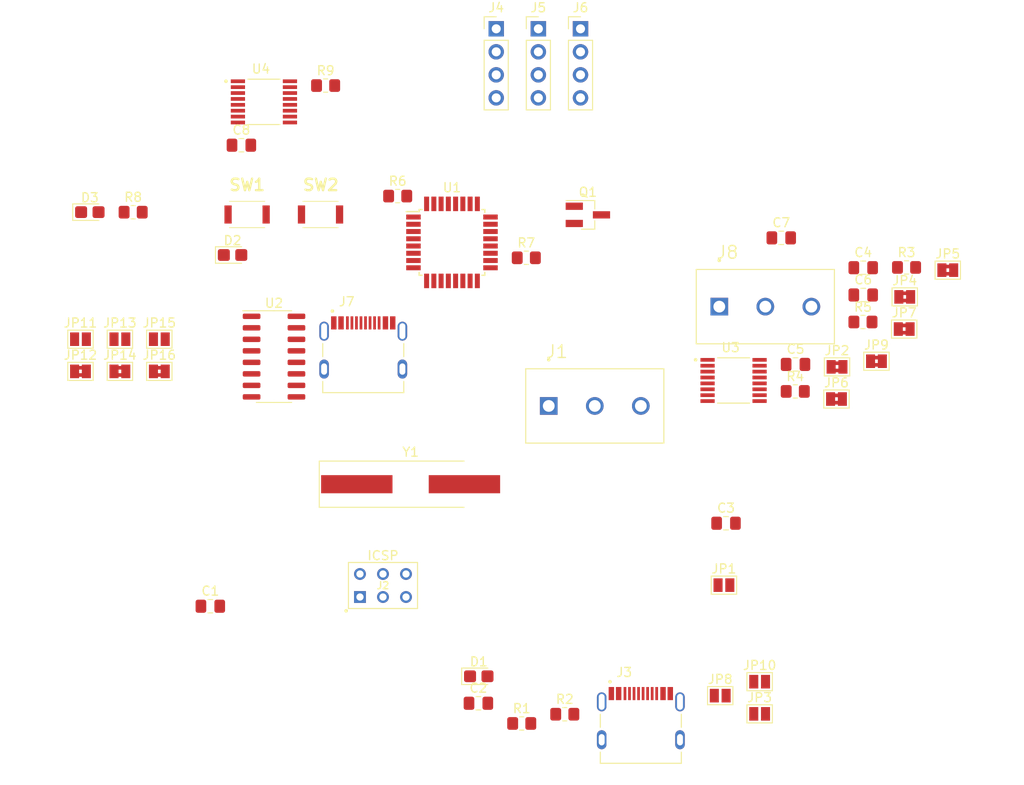
<source format=kicad_pcb>
(kicad_pcb (version 20171130) (host pcbnew "(5.1.10)-1")

  (general
    (thickness 1.6)
    (drawings 0)
    (tracks 0)
    (zones 0)
    (modules 52)
    (nets 78)
  )

  (page A4)
  (layers
    (0 F.Cu signal)
    (31 B.Cu signal)
    (32 B.Adhes user)
    (33 F.Adhes user)
    (34 B.Paste user)
    (35 F.Paste user)
    (36 B.SilkS user)
    (37 F.SilkS user)
    (38 B.Mask user)
    (39 F.Mask user)
    (40 Dwgs.User user)
    (41 Cmts.User user)
    (42 Eco1.User user)
    (43 Eco2.User user)
    (44 Edge.Cuts user)
    (45 Margin user)
    (46 B.CrtYd user)
    (47 F.CrtYd user)
    (48 B.Fab user)
    (49 F.Fab user)
  )

  (setup
    (last_trace_width 0.25)
    (trace_clearance 0.2)
    (zone_clearance 0.508)
    (zone_45_only no)
    (trace_min 0.2)
    (via_size 0.8)
    (via_drill 0.4)
    (via_min_size 0.4)
    (via_min_drill 0.3)
    (uvia_size 0.3)
    (uvia_drill 0.1)
    (uvias_allowed no)
    (uvia_min_size 0.2)
    (uvia_min_drill 0.1)
    (edge_width 0.05)
    (segment_width 0.2)
    (pcb_text_width 0.3)
    (pcb_text_size 1.5 1.5)
    (mod_edge_width 0.12)
    (mod_text_size 1 1)
    (mod_text_width 0.15)
    (pad_size 1.524 1.524)
    (pad_drill 0.762)
    (pad_to_mask_clearance 0)
    (aux_axis_origin 0 0)
    (visible_elements 7FFFFFFF)
    (pcbplotparams
      (layerselection 0x010fc_ffffffff)
      (usegerberextensions false)
      (usegerberattributes true)
      (usegerberadvancedattributes true)
      (creategerberjobfile true)
      (excludeedgelayer true)
      (linewidth 0.100000)
      (plotframeref false)
      (viasonmask false)
      (mode 1)
      (useauxorigin false)
      (hpglpennumber 1)
      (hpglpenspeed 20)
      (hpglpendiameter 15.000000)
      (psnegative false)
      (psa4output false)
      (plotreference true)
      (plotvalue true)
      (plotinvisibletext false)
      (padsonsilk false)
      (subtractmaskfromsilk false)
      (outputformat 1)
      (mirror false)
      (drillshape 1)
      (scaleselection 1)
      (outputdirectory ""))
  )

  (net 0 "")
  (net 1 XTAL1)
  (net 2 GND)
  (net 3 XTAL2)
  (net 4 VCC)
  (net 5 "Net-(D1-Pad2)")
  (net 6 SCK)
  (net 7 RST)
  (net 8 RX)
  (net 9 TX)
  (net 10 SCL)
  (net 11 SDA)
  (net 12 "Net-(U1-Pad20)")
  (net 13 "Net-(U1-Pad22)")
  (net 14 "Net-(J3-PadA6)")
  (net 15 "Net-(J3-PadB7)")
  (net 16 "Net-(J3-PadA5)")
  (net 17 "Net-(J3-PadB8)")
  (net 18 "Net-(J3-PadA7)")
  (net 19 "Net-(J3-PadB6)")
  (net 20 "Net-(J3-PadA8)")
  (net 21 "Net-(J3-PadB5)")
  (net 22 "Net-(J7-PadA5)")
  (net 23 "Net-(J7-PadB8)")
  (net 24 "Net-(J7-PadA8)")
  (net 25 "Net-(J7-PadB5)")
  (net 26 "Net-(U2-Pad7)")
  (net 27 "Net-(U2-Pad8)")
  (net 28 "Net-(U2-Pad9)")
  (net 29 "Net-(U2-Pad10)")
  (net 30 "Net-(U2-Pad11)")
  (net 31 "Net-(U2-Pad12)")
  (net 32 "Net-(U2-Pad15)")
  (net 33 "Net-(C5-Pad2)")
  (net 34 "Net-(C6-Pad2)")
  (net 35 SIG1A)
  (net 36 SIG1B)
  (net 37 "Net-(J3-PadA4B9)")
  (net 38 "Net-(J3-PadB4A9)")
  (net 39 D+)
  (net 40 D-)
  (net 41 SIG2A)
  (net 42 SIG2B)
  (net 43 "Net-(U1-Pad25)")
  (net 44 "Net-(U1-Pad26)")
  (net 45 EXTRX)
  (net 46 EXTTX)
  (net 47 EXTRST)
  (net 48 "Net-(R6-Pad2)")
  (net 49 "Net-(D2-Pad1)")
  (net 50 "Net-(D2-Pad2)")
  (net 51 STOPRST)
  (net 52 "Net-(Q1-Pad1)")
  (net 53 STOPRST-BTN)
  (net 54 "Net-(U1-Pad12)")
  (net 55 "Net-(C6-Pad1)")
  (net 56 "Net-(JP11-Pad1)")
  (net 57 MUXRX)
  (net 58 "Net-(JP13-Pad1)")
  (net 59 MUXTX)
  (net 60 MUXRST)
  (net 61 "Net-(U2-Pad14)")
  (net 62 "Net-(D3-Pad2)")
  (net 63 LED)
  (net 64 MOSI)
  (net 65 MISO)
  (net 66 "Net-(R9-Pad2)")
  (net 67 MUX1S1)
  (net 68 MUX1S2)
  (net 69 MUX2S0)
  (net 70 MUX2S1)
  (net 71 MUX2S2)
  (net 72 MUX1S0)
  (net 73 "Net-(U4-Pad3)")
  (net 74 "Net-(U4-Pad4)")
  (net 75 "Net-(U4-Pad5)")
  (net 76 "Net-(U4-Pad1)")
  (net 77 "Net-(U4-Pad13)")

  (net_class Default "This is the default net class."
    (clearance 0.2)
    (trace_width 0.25)
    (via_dia 0.8)
    (via_drill 0.4)
    (uvia_dia 0.3)
    (uvia_drill 0.1)
    (add_net D+)
    (add_net D-)
    (add_net EXTRST)
    (add_net EXTRX)
    (add_net EXTTX)
    (add_net GND)
    (add_net LED)
    (add_net MISO)
    (add_net MOSI)
    (add_net MUX1S0)
    (add_net MUX1S1)
    (add_net MUX1S2)
    (add_net MUX2S0)
    (add_net MUX2S1)
    (add_net MUX2S2)
    (add_net MUXRST)
    (add_net MUXRX)
    (add_net MUXTX)
    (add_net "Net-(C5-Pad2)")
    (add_net "Net-(C6-Pad1)")
    (add_net "Net-(C6-Pad2)")
    (add_net "Net-(D1-Pad2)")
    (add_net "Net-(D2-Pad1)")
    (add_net "Net-(D2-Pad2)")
    (add_net "Net-(D3-Pad2)")
    (add_net "Net-(J3-PadA4B9)")
    (add_net "Net-(J3-PadA5)")
    (add_net "Net-(J3-PadA6)")
    (add_net "Net-(J3-PadA7)")
    (add_net "Net-(J3-PadA8)")
    (add_net "Net-(J3-PadB4A9)")
    (add_net "Net-(J3-PadB5)")
    (add_net "Net-(J3-PadB6)")
    (add_net "Net-(J3-PadB7)")
    (add_net "Net-(J3-PadB8)")
    (add_net "Net-(J7-PadA5)")
    (add_net "Net-(J7-PadA8)")
    (add_net "Net-(J7-PadB5)")
    (add_net "Net-(J7-PadB8)")
    (add_net "Net-(JP11-Pad1)")
    (add_net "Net-(JP13-Pad1)")
    (add_net "Net-(Q1-Pad1)")
    (add_net "Net-(R6-Pad2)")
    (add_net "Net-(R9-Pad2)")
    (add_net "Net-(U1-Pad12)")
    (add_net "Net-(U1-Pad20)")
    (add_net "Net-(U1-Pad22)")
    (add_net "Net-(U1-Pad25)")
    (add_net "Net-(U1-Pad26)")
    (add_net "Net-(U2-Pad10)")
    (add_net "Net-(U2-Pad11)")
    (add_net "Net-(U2-Pad12)")
    (add_net "Net-(U2-Pad14)")
    (add_net "Net-(U2-Pad15)")
    (add_net "Net-(U2-Pad7)")
    (add_net "Net-(U2-Pad8)")
    (add_net "Net-(U2-Pad9)")
    (add_net "Net-(U4-Pad1)")
    (add_net "Net-(U4-Pad13)")
    (add_net "Net-(U4-Pad3)")
    (add_net "Net-(U4-Pad4)")
    (add_net "Net-(U4-Pad5)")
    (add_net RST)
    (add_net RX)
    (add_net SCK)
    (add_net SCL)
    (add_net SDA)
    (add_net SIG1A)
    (add_net SIG1B)
    (add_net SIG2A)
    (add_net SIG2B)
    (add_net STOPRST)
    (add_net STOPRST-BTN)
    (add_net TX)
    (add_net VCC)
    (add_net XTAL1)
    (add_net XTAL2)
  )

  (module Capacitor_SMD:C_0805_2012Metric_Pad1.18x1.45mm_HandSolder (layer F.Cu) (tedit 5F68FEEF) (tstamp 6116A267)
    (at 58.279001 181.901001)
    (descr "Capacitor SMD 0805 (2012 Metric), square (rectangular) end terminal, IPC_7351 nominal with elongated pad for handsoldering. (Body size source: IPC-SM-782 page 76, https://www.pcb-3d.com/wordpress/wp-content/uploads/ipc-sm-782a_amendment_1_and_2.pdf, https://docs.google.com/spreadsheets/d/1BsfQQcO9C6DZCsRaXUlFlo91Tg2WpOkGARC1WS5S8t0/edit?usp=sharing), generated with kicad-footprint-generator")
    (tags "capacitor handsolder")
    (path /611448F1)
    (attr smd)
    (fp_text reference C2 (at 0 -1.68) (layer F.SilkS)
      (effects (font (size 1 1) (thickness 0.15)))
    )
    (fp_text value 22p (at 0 1.68) (layer F.Fab)
      (effects (font (size 1 1) (thickness 0.15)))
    )
    (fp_line (start -1 0.625) (end -1 -0.625) (layer F.Fab) (width 0.1))
    (fp_line (start -1 -0.625) (end 1 -0.625) (layer F.Fab) (width 0.1))
    (fp_line (start 1 -0.625) (end 1 0.625) (layer F.Fab) (width 0.1))
    (fp_line (start 1 0.625) (end -1 0.625) (layer F.Fab) (width 0.1))
    (fp_line (start -0.261252 -0.735) (end 0.261252 -0.735) (layer F.SilkS) (width 0.12))
    (fp_line (start -0.261252 0.735) (end 0.261252 0.735) (layer F.SilkS) (width 0.12))
    (fp_line (start -1.88 0.98) (end -1.88 -0.98) (layer F.CrtYd) (width 0.05))
    (fp_line (start -1.88 -0.98) (end 1.88 -0.98) (layer F.CrtYd) (width 0.05))
    (fp_line (start 1.88 -0.98) (end 1.88 0.98) (layer F.CrtYd) (width 0.05))
    (fp_line (start 1.88 0.98) (end -1.88 0.98) (layer F.CrtYd) (width 0.05))
    (fp_text user %R (at 0 0) (layer F.Fab)
      (effects (font (size 0.5 0.5) (thickness 0.08)))
    )
    (pad 1 smd roundrect (at -1.0375 0) (size 1.175 1.45) (layers F.Cu F.Paste F.Mask) (roundrect_rratio 0.212766)
      (net 3 XTAL2))
    (pad 2 smd roundrect (at 1.0375 0) (size 1.175 1.45) (layers F.Cu F.Paste F.Mask) (roundrect_rratio 0.212766)
      (net 2 GND))
    (model ${KISYS3DMOD}/Capacitor_SMD.3dshapes/C_0805_2012Metric.wrl
      (at (xyz 0 0 0))
      (scale (xyz 1 1 1))
      (rotate (xyz 0 0 0))
    )
  )

  (module Capacitor_SMD:C_0805_2012Metric_Pad1.18x1.45mm_HandSolder (layer F.Cu) (tedit 5F68FEEF) (tstamp 6116A278)
    (at 85.599001 162.041001)
    (descr "Capacitor SMD 0805 (2012 Metric), square (rectangular) end terminal, IPC_7351 nominal with elongated pad for handsoldering. (Body size source: IPC-SM-782 page 76, https://www.pcb-3d.com/wordpress/wp-content/uploads/ipc-sm-782a_amendment_1_and_2.pdf, https://docs.google.com/spreadsheets/d/1BsfQQcO9C6DZCsRaXUlFlo91Tg2WpOkGARC1WS5S8t0/edit?usp=sharing), generated with kicad-footprint-generator")
    (tags "capacitor handsolder")
    (path /6115564D)
    (attr smd)
    (fp_text reference C3 (at 0 -1.68) (layer F.SilkS)
      (effects (font (size 1 1) (thickness 0.15)))
    )
    (fp_text value 100n (at 0 1.68) (layer F.Fab)
      (effects (font (size 1 1) (thickness 0.15)))
    )
    (fp_line (start 1.88 0.98) (end -1.88 0.98) (layer F.CrtYd) (width 0.05))
    (fp_line (start 1.88 -0.98) (end 1.88 0.98) (layer F.CrtYd) (width 0.05))
    (fp_line (start -1.88 -0.98) (end 1.88 -0.98) (layer F.CrtYd) (width 0.05))
    (fp_line (start -1.88 0.98) (end -1.88 -0.98) (layer F.CrtYd) (width 0.05))
    (fp_line (start -0.261252 0.735) (end 0.261252 0.735) (layer F.SilkS) (width 0.12))
    (fp_line (start -0.261252 -0.735) (end 0.261252 -0.735) (layer F.SilkS) (width 0.12))
    (fp_line (start 1 0.625) (end -1 0.625) (layer F.Fab) (width 0.1))
    (fp_line (start 1 -0.625) (end 1 0.625) (layer F.Fab) (width 0.1))
    (fp_line (start -1 -0.625) (end 1 -0.625) (layer F.Fab) (width 0.1))
    (fp_line (start -1 0.625) (end -1 -0.625) (layer F.Fab) (width 0.1))
    (fp_text user %R (at 0 0) (layer F.Fab)
      (effects (font (size 0.5 0.5) (thickness 0.08)))
    )
    (pad 2 smd roundrect (at 1.0375 0) (size 1.175 1.45) (layers F.Cu F.Paste F.Mask) (roundrect_rratio 0.212766)
      (net 2 GND))
    (pad 1 smd roundrect (at -1.0375 0) (size 1.175 1.45) (layers F.Cu F.Paste F.Mask) (roundrect_rratio 0.212766)
      (net 4 VCC))
    (model ${KISYS3DMOD}/Capacitor_SMD.3dshapes/C_0805_2012Metric.wrl
      (at (xyz 0 0 0))
      (scale (xyz 1 1 1))
      (rotate (xyz 0 0 0))
    )
  )

  (module LED_SMD:LED_0805_2012Metric_Castellated (layer F.Cu) (tedit 5F68FEF1) (tstamp 6116A28B)
    (at 58.319001 178.926001)
    (descr "LED SMD 0805 (2012 Metric), castellated end terminal, IPC_7351 nominal, (Body size source: https://docs.google.com/spreadsheets/d/1BsfQQcO9C6DZCsRaXUlFlo91Tg2WpOkGARC1WS5S8t0/edit?usp=sharing), generated with kicad-footprint-generator")
    (tags "LED castellated")
    (path /6113FB23)
    (attr smd)
    (fp_text reference D1 (at 0 -1.6) (layer F.SilkS)
      (effects (font (size 1 1) (thickness 0.15)))
    )
    (fp_text value 17-21/BHC-XL2M2TY/3T (at 0 1.6) (layer F.Fab)
      (effects (font (size 1 1) (thickness 0.15)))
    )
    (fp_line (start 1 -0.6) (end -0.7 -0.6) (layer F.Fab) (width 0.1))
    (fp_line (start -0.7 -0.6) (end -1 -0.3) (layer F.Fab) (width 0.1))
    (fp_line (start -1 -0.3) (end -1 0.6) (layer F.Fab) (width 0.1))
    (fp_line (start -1 0.6) (end 1 0.6) (layer F.Fab) (width 0.1))
    (fp_line (start 1 0.6) (end 1 -0.6) (layer F.Fab) (width 0.1))
    (fp_line (start 1 -0.91) (end -1.885 -0.91) (layer F.SilkS) (width 0.12))
    (fp_line (start -1.885 -0.91) (end -1.885 0.91) (layer F.SilkS) (width 0.12))
    (fp_line (start -1.885 0.91) (end 1 0.91) (layer F.SilkS) (width 0.12))
    (fp_line (start -1.88 0.9) (end -1.88 -0.9) (layer F.CrtYd) (width 0.05))
    (fp_line (start -1.88 -0.9) (end 1.88 -0.9) (layer F.CrtYd) (width 0.05))
    (fp_line (start 1.88 -0.9) (end 1.88 0.9) (layer F.CrtYd) (width 0.05))
    (fp_line (start 1.88 0.9) (end -1.88 0.9) (layer F.CrtYd) (width 0.05))
    (fp_text user %R (at 0 0) (layer F.Fab)
      (effects (font (size 0.5 0.5) (thickness 0.08)))
    )
    (pad 1 smd roundrect (at -0.9625 0) (size 1.325 1.3) (layers F.Cu F.Paste F.Mask) (roundrect_rratio 0.192308)
      (net 2 GND))
    (pad 2 smd roundrect (at 0.9625 0) (size 1.325 1.3) (layers F.Cu F.Paste F.Mask) (roundrect_rratio 0.192308)
      (net 5 "Net-(D1-Pad2)"))
    (model ${KISYS3DMOD}/LED_SMD.3dshapes/LED_0805_2012Metric_Castellated.wrl
      (at (xyz 0 0 0))
      (scale (xyz 1 1 1))
      (rotate (xyz 0 0 0))
    )
  )

  (module HRO_TYPE-C-31-M-12:HRO_TYPE-C-31-M-12 (layer F.Cu) (tedit 6112D184) (tstamp 6116A2C0)
    (at 76.2 185.928)
    (path /6112D89A)
    (fp_text reference J3 (at -1.825 -7.435) (layer F.SilkS)
      (effects (font (size 1 1) (thickness 0.15)))
    )
    (fp_text value TYPE-C-31-M-12 (at 6.43 4.135) (layer F.Fab)
      (effects (font (size 1 1) (thickness 0.15)))
    )
    (fp_line (start -4.47 2.6) (end 4.47 2.6) (layer F.Fab) (width 0.127))
    (fp_line (start 4.47 2.6) (end 4.47 -4.7) (layer F.Fab) (width 0.127))
    (fp_line (start 4.47 -4.7) (end -4.47 -4.7) (layer F.Fab) (width 0.127))
    (fp_line (start -4.47 -4.7) (end -4.47 2.6) (layer F.Fab) (width 0.127))
    (fp_line (start -4.47 -2.81) (end -4.47 -1.37) (layer F.SilkS) (width 0.127))
    (fp_line (start 4.47 -2.81) (end 4.47 -1.37) (layer F.SilkS) (width 0.127))
    (fp_line (start 4.47 1.37) (end 4.47 2.6) (layer F.SilkS) (width 0.127))
    (fp_line (start 4.47 2.6) (end -4.47 2.6) (layer F.SilkS) (width 0.127))
    (fp_line (start -4.47 2.6) (end -4.47 1.37) (layer F.SilkS) (width 0.127))
    (fp_line (start -5.095 2.85) (end 5.095 2.85) (layer F.CrtYd) (width 0.05))
    (fp_line (start 5.095 2.85) (end 5.095 -6.07) (layer F.CrtYd) (width 0.05))
    (fp_line (start 5.095 -6.07) (end -5.095 -6.07) (layer F.CrtYd) (width 0.05))
    (fp_line (start -5.095 -6.07) (end -5.095 2.85) (layer F.CrtYd) (width 0.05))
    (fp_circle (center -3.4 -6.4) (end -3.3 -6.4) (layer F.Fab) (width 0.2))
    (fp_circle (center -3.4 -6.4) (end -3.3 -6.4) (layer F.SilkS) (width 0.2))
    (pad A1B12 smd rect (at -3.25 -5.095) (size 0.6 1.45) (layers F.Cu F.Paste F.Mask)
      (net 2 GND))
    (pad A4B9 smd rect (at -2.45 -5.095) (size 0.6 1.45) (layers F.Cu F.Paste F.Mask)
      (net 37 "Net-(J3-PadA4B9)"))
    (pad A6 smd rect (at -0.25 -5.095) (size 0.3 1.45) (layers F.Cu F.Paste F.Mask)
      (net 14 "Net-(J3-PadA6)"))
    (pad B7 smd rect (at -0.75 -5.095) (size 0.3 1.45) (layers F.Cu F.Paste F.Mask)
      (net 15 "Net-(J3-PadB7)"))
    (pad A5 smd rect (at -1.25 -5.095) (size 0.3 1.45) (layers F.Cu F.Paste F.Mask)
      (net 16 "Net-(J3-PadA5)"))
    (pad B8 smd rect (at -1.75 -5.095) (size 0.3 1.45) (layers F.Cu F.Paste F.Mask)
      (net 17 "Net-(J3-PadB8)"))
    (pad A7 smd rect (at 0.25 -5.095) (size 0.3 1.45) (layers F.Cu F.Paste F.Mask)
      (net 18 "Net-(J3-PadA7)"))
    (pad B6 smd rect (at 0.75 -5.095) (size 0.3 1.45) (layers F.Cu F.Paste F.Mask)
      (net 19 "Net-(J3-PadB6)"))
    (pad A8 smd rect (at 1.25 -5.095) (size 0.3 1.45) (layers F.Cu F.Paste F.Mask)
      (net 20 "Net-(J3-PadA8)"))
    (pad B5 smd rect (at 1.75 -5.095) (size 0.3 1.45) (layers F.Cu F.Paste F.Mask)
      (net 21 "Net-(J3-PadB5)"))
    (pad B4A9 smd rect (at 2.45 -5.095) (size 0.6 1.45) (layers F.Cu F.Paste F.Mask)
      (net 38 "Net-(J3-PadB4A9)"))
    (pad B1A12 smd rect (at 3.25 -5.095) (size 0.6 1.45) (layers F.Cu F.Paste F.Mask)
      (net 2 GND))
    (pad S1 thru_hole oval (at -4.32 -4.18) (size 1.05 2.1) (drill oval 0.65 1.75) (layers *.Cu *.Mask)
      (net 2 GND))
    (pad S2 thru_hole oval (at 4.32 -4.18) (size 1.05 2.1) (drill oval 0.65 1.75) (layers *.Cu *.Mask)
      (net 2 GND))
    (pad S3 thru_hole oval (at -4.32 0) (size 1.05 2.1) (drill oval 0.65 1.25) (layers *.Cu *.Mask)
      (net 2 GND))
    (pad S4 thru_hole oval (at 4.32 0) (size 1.05 2.1) (drill oval 0.65 1.25) (layers *.Cu *.Mask)
      (net 2 GND))
    (pad None np_thru_hole circle (at -2.89 -3.65) (size 0.7 0.7) (drill 0.7) (layers *.Cu *.Mask))
    (pad None np_thru_hole circle (at 2.89 -3.65) (size 0.7 0.7) (drill 0.7) (layers *.Cu *.Mask))
    (model ${KIPRJMOD}/Libraries/HRO_TYPE-C-31-M-12.models/TYPE-C-31-M-12.step
      (at (xyz 0 0 0))
      (scale (xyz 1 1 1))
      (rotate (xyz -90 0 0))
    )
  )

  (module Jumper:SolderJumper-2_P1.3mm_Open_Pad1.0x1.5mm (layer F.Cu) (tedit 5A3EABFC) (tstamp 6116A325)
    (at 85.369001 168.871001)
    (descr "SMD Solder Jumper, 1x1.5mm Pads, 0.3mm gap, open")
    (tags "solder jumper open")
    (path /6113282A)
    (attr virtual)
    (fp_text reference JP1 (at 0 -1.8) (layer F.SilkS)
      (effects (font (size 1 1) (thickness 0.15)))
    )
    (fp_text value SolderJumper (at 0 1.9) (layer F.Fab)
      (effects (font (size 1 1) (thickness 0.15)))
    )
    (fp_line (start -1.4 1) (end -1.4 -1) (layer F.SilkS) (width 0.12))
    (fp_line (start 1.4 1) (end -1.4 1) (layer F.SilkS) (width 0.12))
    (fp_line (start 1.4 -1) (end 1.4 1) (layer F.SilkS) (width 0.12))
    (fp_line (start -1.4 -1) (end 1.4 -1) (layer F.SilkS) (width 0.12))
    (fp_line (start -1.65 -1.25) (end 1.65 -1.25) (layer F.CrtYd) (width 0.05))
    (fp_line (start -1.65 -1.25) (end -1.65 1.25) (layer F.CrtYd) (width 0.05))
    (fp_line (start 1.65 1.25) (end 1.65 -1.25) (layer F.CrtYd) (width 0.05))
    (fp_line (start 1.65 1.25) (end -1.65 1.25) (layer F.CrtYd) (width 0.05))
    (pad 2 smd rect (at 0.65 0) (size 1 1.5) (layers F.Cu F.Mask)
      (net 14 "Net-(J3-PadA6)"))
    (pad 1 smd rect (at -0.65 0) (size 1 1.5) (layers F.Cu F.Mask)
      (net 11 SDA))
  )

  (module Jumper:SolderJumper-2_P1.3mm_Open_Pad1.0x1.5mm (layer F.Cu) (tedit 5A3EABFC) (tstamp 6116A341)
    (at 89.309001 183.071001)
    (descr "SMD Solder Jumper, 1x1.5mm Pads, 0.3mm gap, open")
    (tags "solder jumper open")
    (path /6118262C)
    (attr virtual)
    (fp_text reference JP3 (at 0 -1.8) (layer F.SilkS)
      (effects (font (size 1 1) (thickness 0.15)))
    )
    (fp_text value SolderJumper (at 0 1.9) (layer F.Fab)
      (effects (font (size 1 1) (thickness 0.15)))
    )
    (fp_line (start 1.65 1.25) (end -1.65 1.25) (layer F.CrtYd) (width 0.05))
    (fp_line (start 1.65 1.25) (end 1.65 -1.25) (layer F.CrtYd) (width 0.05))
    (fp_line (start -1.65 -1.25) (end -1.65 1.25) (layer F.CrtYd) (width 0.05))
    (fp_line (start -1.65 -1.25) (end 1.65 -1.25) (layer F.CrtYd) (width 0.05))
    (fp_line (start -1.4 -1) (end 1.4 -1) (layer F.SilkS) (width 0.12))
    (fp_line (start 1.4 -1) (end 1.4 1) (layer F.SilkS) (width 0.12))
    (fp_line (start 1.4 1) (end -1.4 1) (layer F.SilkS) (width 0.12))
    (fp_line (start -1.4 1) (end -1.4 -1) (layer F.SilkS) (width 0.12))
    (pad 1 smd rect (at -0.65 0) (size 1 1.5) (layers F.Cu F.Mask)
      (net 10 SCL))
    (pad 2 smd rect (at 0.65 0) (size 1 1.5) (layers F.Cu F.Mask)
      (net 18 "Net-(J3-PadA7)"))
  )

  (module Jumper:SolderJumper-2_P1.3mm_Open_Pad1.0x1.5mm (layer F.Cu) (tedit 5A3EABFC) (tstamp 6116A387)
    (at 84.959001 181.061001)
    (descr "SMD Solder Jumper, 1x1.5mm Pads, 0.3mm gap, open")
    (tags "solder jumper open")
    (path /611A3587)
    (attr virtual)
    (fp_text reference JP8 (at 0 -1.8) (layer F.SilkS)
      (effects (font (size 1 1) (thickness 0.15)))
    )
    (fp_text value SolderJumper (at 0 1.9) (layer F.Fab)
      (effects (font (size 1 1) (thickness 0.15)))
    )
    (fp_line (start 1.65 1.25) (end -1.65 1.25) (layer F.CrtYd) (width 0.05))
    (fp_line (start 1.65 1.25) (end 1.65 -1.25) (layer F.CrtYd) (width 0.05))
    (fp_line (start -1.65 -1.25) (end -1.65 1.25) (layer F.CrtYd) (width 0.05))
    (fp_line (start -1.65 -1.25) (end 1.65 -1.25) (layer F.CrtYd) (width 0.05))
    (fp_line (start -1.4 -1) (end 1.4 -1) (layer F.SilkS) (width 0.12))
    (fp_line (start 1.4 -1) (end 1.4 1) (layer F.SilkS) (width 0.12))
    (fp_line (start 1.4 1) (end -1.4 1) (layer F.SilkS) (width 0.12))
    (fp_line (start -1.4 1) (end -1.4 -1) (layer F.SilkS) (width 0.12))
    (pad 1 smd rect (at -0.65 0) (size 1 1.5) (layers F.Cu F.Mask)
      (net 10 SCL))
    (pad 2 smd rect (at 0.65 0) (size 1 1.5) (layers F.Cu F.Mask)
      (net 15 "Net-(J3-PadB7)"))
  )

  (module Jumper:SolderJumper-2_P1.3mm_Open_Pad1.0x1.5mm (layer F.Cu) (tedit 5A3EABFC) (tstamp 6116A3A3)
    (at 89.309001 179.521001)
    (descr "SMD Solder Jumper, 1x1.5mm Pads, 0.3mm gap, open")
    (tags "solder jumper open")
    (path /611A3577)
    (attr virtual)
    (fp_text reference JP10 (at 0 -1.8) (layer F.SilkS)
      (effects (font (size 1 1) (thickness 0.15)))
    )
    (fp_text value SolderJumper (at 0 1.9) (layer F.Fab)
      (effects (font (size 1 1) (thickness 0.15)))
    )
    (fp_line (start -1.4 1) (end -1.4 -1) (layer F.SilkS) (width 0.12))
    (fp_line (start 1.4 1) (end -1.4 1) (layer F.SilkS) (width 0.12))
    (fp_line (start 1.4 -1) (end 1.4 1) (layer F.SilkS) (width 0.12))
    (fp_line (start -1.4 -1) (end 1.4 -1) (layer F.SilkS) (width 0.12))
    (fp_line (start -1.65 -1.25) (end 1.65 -1.25) (layer F.CrtYd) (width 0.05))
    (fp_line (start -1.65 -1.25) (end -1.65 1.25) (layer F.CrtYd) (width 0.05))
    (fp_line (start 1.65 1.25) (end 1.65 -1.25) (layer F.CrtYd) (width 0.05))
    (fp_line (start 1.65 1.25) (end -1.65 1.25) (layer F.CrtYd) (width 0.05))
    (pad 2 smd rect (at 0.65 0) (size 1 1.5) (layers F.Cu F.Mask)
      (net 19 "Net-(J3-PadB6)"))
    (pad 1 smd rect (at -0.65 0) (size 1 1.5) (layers F.Cu F.Mask)
      (net 11 SDA))
  )

  (module Resistor_SMD:R_0805_2012Metric_Pad1.20x1.40mm_HandSolder (layer F.Cu) (tedit 5F68FEEE) (tstamp 6116A3B4)
    (at 63.059001 184.131001)
    (descr "Resistor SMD 0805 (2012 Metric), square (rectangular) end terminal, IPC_7351 nominal with elongated pad for handsoldering. (Body size source: IPC-SM-782 page 72, https://www.pcb-3d.com/wordpress/wp-content/uploads/ipc-sm-782a_amendment_1_and_2.pdf), generated with kicad-footprint-generator")
    (tags "resistor handsolder")
    (path /611669B4)
    (attr smd)
    (fp_text reference R1 (at 0 -1.65) (layer F.SilkS)
      (effects (font (size 1 1) (thickness 0.15)))
    )
    (fp_text value 10k (at 0 1.65) (layer F.Fab)
      (effects (font (size 1 1) (thickness 0.15)))
    )
    (fp_line (start -1 0.625) (end -1 -0.625) (layer F.Fab) (width 0.1))
    (fp_line (start -1 -0.625) (end 1 -0.625) (layer F.Fab) (width 0.1))
    (fp_line (start 1 -0.625) (end 1 0.625) (layer F.Fab) (width 0.1))
    (fp_line (start 1 0.625) (end -1 0.625) (layer F.Fab) (width 0.1))
    (fp_line (start -0.227064 -0.735) (end 0.227064 -0.735) (layer F.SilkS) (width 0.12))
    (fp_line (start -0.227064 0.735) (end 0.227064 0.735) (layer F.SilkS) (width 0.12))
    (fp_line (start -1.85 0.95) (end -1.85 -0.95) (layer F.CrtYd) (width 0.05))
    (fp_line (start -1.85 -0.95) (end 1.85 -0.95) (layer F.CrtYd) (width 0.05))
    (fp_line (start 1.85 -0.95) (end 1.85 0.95) (layer F.CrtYd) (width 0.05))
    (fp_line (start 1.85 0.95) (end -1.85 0.95) (layer F.CrtYd) (width 0.05))
    (fp_text user %R (at 0 0) (layer F.Fab)
      (effects (font (size 0.5 0.5) (thickness 0.08)))
    )
    (pad 1 smd roundrect (at -1 0) (size 1.2 1.4) (layers F.Cu F.Paste F.Mask) (roundrect_rratio 0.208333)
      (net 7 RST))
    (pad 2 smd roundrect (at 1 0) (size 1.2 1.4) (layers F.Cu F.Paste F.Mask) (roundrect_rratio 0.208333)
      (net 4 VCC))
    (model ${KISYS3DMOD}/Resistor_SMD.3dshapes/R_0805_2012Metric.wrl
      (at (xyz 0 0 0))
      (scale (xyz 1 1 1))
      (rotate (xyz 0 0 0))
    )
  )

  (module Resistor_SMD:R_0805_2012Metric_Pad1.20x1.40mm_HandSolder (layer F.Cu) (tedit 5F68FEEE) (tstamp 6116A3C5)
    (at 67.809001 183.111001)
    (descr "Resistor SMD 0805 (2012 Metric), square (rectangular) end terminal, IPC_7351 nominal with elongated pad for handsoldering. (Body size source: IPC-SM-782 page 72, https://www.pcb-3d.com/wordpress/wp-content/uploads/ipc-sm-782a_amendment_1_and_2.pdf), generated with kicad-footprint-generator")
    (tags "resistor handsolder")
    (path /6114AFDD)
    (attr smd)
    (fp_text reference R2 (at 0 -1.65) (layer F.SilkS)
      (effects (font (size 1 1) (thickness 0.15)))
    )
    (fp_text value 200 (at 0 1.65) (layer F.Fab)
      (effects (font (size 1 1) (thickness 0.15)))
    )
    (fp_line (start 1.85 0.95) (end -1.85 0.95) (layer F.CrtYd) (width 0.05))
    (fp_line (start 1.85 -0.95) (end 1.85 0.95) (layer F.CrtYd) (width 0.05))
    (fp_line (start -1.85 -0.95) (end 1.85 -0.95) (layer F.CrtYd) (width 0.05))
    (fp_line (start -1.85 0.95) (end -1.85 -0.95) (layer F.CrtYd) (width 0.05))
    (fp_line (start -0.227064 0.735) (end 0.227064 0.735) (layer F.SilkS) (width 0.12))
    (fp_line (start -0.227064 -0.735) (end 0.227064 -0.735) (layer F.SilkS) (width 0.12))
    (fp_line (start 1 0.625) (end -1 0.625) (layer F.Fab) (width 0.1))
    (fp_line (start 1 -0.625) (end 1 0.625) (layer F.Fab) (width 0.1))
    (fp_line (start -1 -0.625) (end 1 -0.625) (layer F.Fab) (width 0.1))
    (fp_line (start -1 0.625) (end -1 -0.625) (layer F.Fab) (width 0.1))
    (fp_text user %R (at 0 0) (layer F.Fab)
      (effects (font (size 0.5 0.5) (thickness 0.08)))
    )
    (pad 2 smd roundrect (at 1 0) (size 1.2 1.4) (layers F.Cu F.Paste F.Mask) (roundrect_rratio 0.208333)
      (net 4 VCC))
    (pad 1 smd roundrect (at -1 0) (size 1.2 1.4) (layers F.Cu F.Paste F.Mask) (roundrect_rratio 0.208333)
      (net 5 "Net-(D1-Pad2)"))
    (model ${KISYS3DMOD}/Resistor_SMD.3dshapes/R_0805_2012Metric.wrl
      (at (xyz 0 0 0))
      (scale (xyz 1 1 1))
      (rotate (xyz 0 0 0))
    )
  )

  (module Crystal:Crystal_SMD_HC49-SD_HandSoldering (layer F.Cu) (tedit 5A1AD52C) (tstamp 6116A412)
    (at 50.8 157.734)
    (descr "SMD Crystal HC-49-SD http://cdn-reichelt.de/documents/datenblatt/B400/xxx-HC49-SMD.pdf, hand-soldering, 11.4x4.7mm^2 package")
    (tags "SMD SMT crystal hand-soldering")
    (path /6113484F)
    (attr smd)
    (fp_text reference Y1 (at 0 -3.55) (layer F.SilkS)
      (effects (font (size 1 1) (thickness 0.15)))
    )
    (fp_text value 16MHz (at 0 3.55) (layer F.Fab)
      (effects (font (size 1 1) (thickness 0.15)))
    )
    (fp_line (start -5.7 -2.35) (end -5.7 2.35) (layer F.Fab) (width 0.1))
    (fp_line (start -5.7 2.35) (end 5.7 2.35) (layer F.Fab) (width 0.1))
    (fp_line (start 5.7 2.35) (end 5.7 -2.35) (layer F.Fab) (width 0.1))
    (fp_line (start 5.7 -2.35) (end -5.7 -2.35) (layer F.Fab) (width 0.1))
    (fp_line (start -3.015 -2.115) (end 3.015 -2.115) (layer F.Fab) (width 0.1))
    (fp_line (start -3.015 2.115) (end 3.015 2.115) (layer F.Fab) (width 0.1))
    (fp_line (start 5.9 -2.55) (end -10.075 -2.55) (layer F.SilkS) (width 0.12))
    (fp_line (start -10.075 -2.55) (end -10.075 2.55) (layer F.SilkS) (width 0.12))
    (fp_line (start -10.075 2.55) (end 5.9 2.55) (layer F.SilkS) (width 0.12))
    (fp_line (start -10.2 -2.6) (end -10.2 2.6) (layer F.CrtYd) (width 0.05))
    (fp_line (start -10.2 2.6) (end 10.2 2.6) (layer F.CrtYd) (width 0.05))
    (fp_line (start 10.2 2.6) (end 10.2 -2.6) (layer F.CrtYd) (width 0.05))
    (fp_line (start 10.2 -2.6) (end -10.2 -2.6) (layer F.CrtYd) (width 0.05))
    (fp_text user %R (at 0 0) (layer F.Fab)
      (effects (font (size 1 1) (thickness 0.15)))
    )
    (fp_arc (start -3.015 0) (end -3.015 -2.115) (angle -180) (layer F.Fab) (width 0.1))
    (fp_arc (start 3.015 0) (end 3.015 -2.115) (angle 180) (layer F.Fab) (width 0.1))
    (pad 1 smd rect (at -5.9375 0) (size 7.875 2) (layers F.Cu F.Paste F.Mask)
      (net 1 XTAL1))
    (pad 2 smd rect (at 5.9375 0) (size 7.875 2) (layers F.Cu F.Paste F.Mask)
      (net 3 XTAL2))
    (model ${KISYS3DMOD}/Crystal.3dshapes/Crystal_SMD_HC49-SD.wrl
      (at (xyz 0 0 0))
      (scale (xyz 1 1 1))
      (rotate (xyz 0 0 0))
    )
  )

  (module Capacitor_SMD:C_0805_2012Metric_Pad1.18x1.45mm_HandSolder (layer F.Cu) (tedit 5F68FEEF) (tstamp 6116A948)
    (at 28.702 171.196)
    (descr "Capacitor SMD 0805 (2012 Metric), square (rectangular) end terminal, IPC_7351 nominal with elongated pad for handsoldering. (Body size source: IPC-SM-782 page 76, https://www.pcb-3d.com/wordpress/wp-content/uploads/ipc-sm-782a_amendment_1_and_2.pdf, https://docs.google.com/spreadsheets/d/1BsfQQcO9C6DZCsRaXUlFlo91Tg2WpOkGARC1WS5S8t0/edit?usp=sharing), generated with kicad-footprint-generator")
    (tags "capacitor handsolder")
    (path /6113DC2F)
    (attr smd)
    (fp_text reference C1 (at 0 -1.68) (layer F.SilkS)
      (effects (font (size 1 1) (thickness 0.15)))
    )
    (fp_text value 22p (at 0 1.68) (layer F.Fab)
      (effects (font (size 1 1) (thickness 0.15)))
    )
    (fp_line (start -1 0.625) (end -1 -0.625) (layer F.Fab) (width 0.1))
    (fp_line (start -1 -0.625) (end 1 -0.625) (layer F.Fab) (width 0.1))
    (fp_line (start 1 -0.625) (end 1 0.625) (layer F.Fab) (width 0.1))
    (fp_line (start 1 0.625) (end -1 0.625) (layer F.Fab) (width 0.1))
    (fp_line (start -0.261252 -0.735) (end 0.261252 -0.735) (layer F.SilkS) (width 0.12))
    (fp_line (start -0.261252 0.735) (end 0.261252 0.735) (layer F.SilkS) (width 0.12))
    (fp_line (start -1.88 0.98) (end -1.88 -0.98) (layer F.CrtYd) (width 0.05))
    (fp_line (start -1.88 -0.98) (end 1.88 -0.98) (layer F.CrtYd) (width 0.05))
    (fp_line (start 1.88 -0.98) (end 1.88 0.98) (layer F.CrtYd) (width 0.05))
    (fp_line (start 1.88 0.98) (end -1.88 0.98) (layer F.CrtYd) (width 0.05))
    (fp_text user %R (at 0 0) (layer F.Fab)
      (effects (font (size 0.5 0.5) (thickness 0.08)))
    )
    (pad 1 smd roundrect (at -1.0375 0) (size 1.175 1.45) (layers F.Cu F.Paste F.Mask) (roundrect_rratio 0.212766)
      (net 1 XTAL1))
    (pad 2 smd roundrect (at 1.0375 0) (size 1.175 1.45) (layers F.Cu F.Paste F.Mask) (roundrect_rratio 0.212766)
      (net 2 GND))
    (model ${KISYS3DMOD}/Capacitor_SMD.3dshapes/C_0805_2012Metric.wrl
      (at (xyz 0 0 0))
      (scale (xyz 1 1 1))
      (rotate (xyz 0 0 0))
    )
  )

  (module CUI_TB006-508-03BE:CUI_TB006-508-03BE (layer F.Cu) (tedit 6113F46A) (tstamp 6116A96C)
    (at 66.04 149.098)
    (path /6117AFF9)
    (fp_text reference J1 (at 0.905 -5.989) (layer F.SilkS)
      (effects (font (size 1.4 1.4) (thickness 0.15)))
    )
    (fp_text value Screw_Terminal_01x03 (at 12.462 5.461) (layer F.Fab)
      (effects (font (size 1.4 1.4) (thickness 0.15)))
    )
    (fp_line (start -2.54 4.1) (end -2.54 -4.1) (layer F.Fab) (width 0.127))
    (fp_line (start -2.54 -4.1) (end 12.7 -4.1) (layer F.Fab) (width 0.127))
    (fp_line (start 12.7 -4.1) (end 12.7 4.1) (layer F.Fab) (width 0.127))
    (fp_line (start 12.7 4.1) (end -2.54 4.1) (layer F.Fab) (width 0.127))
    (fp_line (start -2.54 4.1) (end -2.54 -4.1) (layer F.SilkS) (width 0.127))
    (fp_line (start 12.7 -4.1) (end 12.7 4.1) (layer F.SilkS) (width 0.127))
    (fp_line (start -2.54 -4.1) (end 12.7 -4.1) (layer F.SilkS) (width 0.127))
    (fp_line (start 12.7 4.1) (end -2.54 4.1) (layer F.SilkS) (width 0.127))
    (fp_line (start -2.79 -4.35) (end 12.95 -4.35) (layer F.CrtYd) (width 0.05))
    (fp_line (start 12.95 4.35) (end -2.79 4.35) (layer F.CrtYd) (width 0.05))
    (fp_line (start -2.79 4.35) (end -2.79 -4.35) (layer F.CrtYd) (width 0.05))
    (fp_line (start 12.95 -4.35) (end 12.95 4.35) (layer F.CrtYd) (width 0.05))
    (fp_circle (center 0 -5.1) (end 0.1 -5.1) (layer F.SilkS) (width 0.2))
    (fp_circle (center 0 -5.1) (end 0.1 -5.1) (layer F.Fab) (width 0.2))
    (pad 1 thru_hole rect (at 0 0) (size 1.95 1.95) (drill 1.3) (layers *.Cu *.Mask)
      (net 35 SIG1A))
    (pad 2 thru_hole circle (at 5.08 0) (size 1.95 1.95) (drill 1.3) (layers *.Cu *.Mask)
      (net 36 SIG1B))
    (pad 3 thru_hole circle (at 10.16 0) (size 1.95 1.95) (drill 1.3) (layers *.Cu *.Mask)
      (net 2 GND))
    (model ${KIPRJMOD}/Libraries/CUI_TB006-508-03BE.models/TB006-508-03BE.step
      (at (xyz 0 0 0))
      (scale (xyz 1 1 1))
      (rotate (xyz -90 0 0))
    )
  )

  (module HRO_TYPE-C-31-M-12:HRO_TYPE-C-31-M-12 (layer F.Cu) (tedit 6112D184) (tstamp 6116ABF1)
    (at 45.574001 145.030001)
    (path /6118AF6C)
    (fp_text reference J7 (at -1.825 -7.435) (layer F.SilkS)
      (effects (font (size 1 1) (thickness 0.15)))
    )
    (fp_text value TYPE-C-31-M-12 (at 6.43 4.135) (layer F.Fab)
      (effects (font (size 1 1) (thickness 0.15)))
    )
    (fp_circle (center -3.4 -6.4) (end -3.3 -6.4) (layer F.SilkS) (width 0.2))
    (fp_circle (center -3.4 -6.4) (end -3.3 -6.4) (layer F.Fab) (width 0.2))
    (fp_line (start -5.095 -6.07) (end -5.095 2.85) (layer F.CrtYd) (width 0.05))
    (fp_line (start 5.095 -6.07) (end -5.095 -6.07) (layer F.CrtYd) (width 0.05))
    (fp_line (start 5.095 2.85) (end 5.095 -6.07) (layer F.CrtYd) (width 0.05))
    (fp_line (start -5.095 2.85) (end 5.095 2.85) (layer F.CrtYd) (width 0.05))
    (fp_line (start -4.47 2.6) (end -4.47 1.37) (layer F.SilkS) (width 0.127))
    (fp_line (start 4.47 2.6) (end -4.47 2.6) (layer F.SilkS) (width 0.127))
    (fp_line (start 4.47 1.37) (end 4.47 2.6) (layer F.SilkS) (width 0.127))
    (fp_line (start 4.47 -2.81) (end 4.47 -1.37) (layer F.SilkS) (width 0.127))
    (fp_line (start -4.47 -2.81) (end -4.47 -1.37) (layer F.SilkS) (width 0.127))
    (fp_line (start -4.47 -4.7) (end -4.47 2.6) (layer F.Fab) (width 0.127))
    (fp_line (start 4.47 -4.7) (end -4.47 -4.7) (layer F.Fab) (width 0.127))
    (fp_line (start 4.47 2.6) (end 4.47 -4.7) (layer F.Fab) (width 0.127))
    (fp_line (start -4.47 2.6) (end 4.47 2.6) (layer F.Fab) (width 0.127))
    (pad A1B12 smd rect (at -3.25 -5.095) (size 0.6 1.45) (layers F.Cu F.Paste F.Mask)
      (net 2 GND))
    (pad A4B9 smd rect (at -2.45 -5.095) (size 0.6 1.45) (layers F.Cu F.Paste F.Mask)
      (net 4 VCC))
    (pad A6 smd rect (at -0.25 -5.095) (size 0.3 1.45) (layers F.Cu F.Paste F.Mask)
      (net 39 D+))
    (pad B7 smd rect (at -0.75 -5.095) (size 0.3 1.45) (layers F.Cu F.Paste F.Mask)
      (net 40 D-))
    (pad A5 smd rect (at -1.25 -5.095) (size 0.3 1.45) (layers F.Cu F.Paste F.Mask)
      (net 22 "Net-(J7-PadA5)"))
    (pad B8 smd rect (at -1.75 -5.095) (size 0.3 1.45) (layers F.Cu F.Paste F.Mask)
      (net 23 "Net-(J7-PadB8)"))
    (pad A7 smd rect (at 0.25 -5.095) (size 0.3 1.45) (layers F.Cu F.Paste F.Mask)
      (net 40 D-))
    (pad B6 smd rect (at 0.75 -5.095) (size 0.3 1.45) (layers F.Cu F.Paste F.Mask)
      (net 39 D+))
    (pad A8 smd rect (at 1.25 -5.095) (size 0.3 1.45) (layers F.Cu F.Paste F.Mask)
      (net 24 "Net-(J7-PadA8)"))
    (pad B5 smd rect (at 1.75 -5.095) (size 0.3 1.45) (layers F.Cu F.Paste F.Mask)
      (net 25 "Net-(J7-PadB5)"))
    (pad B4A9 smd rect (at 2.45 -5.095) (size 0.6 1.45) (layers F.Cu F.Paste F.Mask)
      (net 4 VCC))
    (pad B1A12 smd rect (at 3.25 -5.095) (size 0.6 1.45) (layers F.Cu F.Paste F.Mask)
      (net 2 GND))
    (pad S1 thru_hole oval (at -4.32 -4.18) (size 1.05 2.1) (drill oval 0.65 1.75) (layers *.Cu *.Mask)
      (net 2 GND))
    (pad S2 thru_hole oval (at 4.32 -4.18) (size 1.05 2.1) (drill oval 0.65 1.75) (layers *.Cu *.Mask)
      (net 2 GND))
    (pad S3 thru_hole oval (at -4.32 0) (size 1.05 2.1) (drill oval 0.65 1.25) (layers *.Cu *.Mask)
      (net 2 GND))
    (pad S4 thru_hole oval (at 4.32 0) (size 1.05 2.1) (drill oval 0.65 1.25) (layers *.Cu *.Mask)
      (net 2 GND))
    (pad None np_thru_hole circle (at -2.89 -3.65) (size 0.7 0.7) (drill 0.7) (layers *.Cu *.Mask))
    (pad None np_thru_hole circle (at 2.89 -3.65) (size 0.7 0.7) (drill 0.7) (layers *.Cu *.Mask))
    (model ${KIPRJMOD}/Libraries/HRO_TYPE-C-31-M-12.models/TYPE-C-31-M-12.step
      (at (xyz 0 0 0))
      (scale (xyz 1 1 1))
      (rotate (xyz -90 0 0))
    )
  )

  (module Package_SO:SOIC-16_3.9x9.9mm_P1.27mm (layer F.Cu) (tedit 5D9F72B1) (tstamp 6116AC13)
    (at 35.729001 143.655001)
    (descr "SOIC, 16 Pin (JEDEC MS-012AC, https://www.analog.com/media/en/package-pcb-resources/package/pkg_pdf/soic_narrow-r/r_16.pdf), generated with kicad-footprint-generator ipc_gullwing_generator.py")
    (tags "SOIC SO")
    (path /6118DFFB)
    (attr smd)
    (fp_text reference U2 (at 0 -5.9) (layer F.SilkS)
      (effects (font (size 1 1) (thickness 0.15)))
    )
    (fp_text value CH340C (at 0 5.9) (layer F.Fab)
      (effects (font (size 1 1) (thickness 0.15)))
    )
    (fp_line (start 3.7 -5.2) (end -3.7 -5.2) (layer F.CrtYd) (width 0.05))
    (fp_line (start 3.7 5.2) (end 3.7 -5.2) (layer F.CrtYd) (width 0.05))
    (fp_line (start -3.7 5.2) (end 3.7 5.2) (layer F.CrtYd) (width 0.05))
    (fp_line (start -3.7 -5.2) (end -3.7 5.2) (layer F.CrtYd) (width 0.05))
    (fp_line (start -1.95 -3.975) (end -0.975 -4.95) (layer F.Fab) (width 0.1))
    (fp_line (start -1.95 4.95) (end -1.95 -3.975) (layer F.Fab) (width 0.1))
    (fp_line (start 1.95 4.95) (end -1.95 4.95) (layer F.Fab) (width 0.1))
    (fp_line (start 1.95 -4.95) (end 1.95 4.95) (layer F.Fab) (width 0.1))
    (fp_line (start -0.975 -4.95) (end 1.95 -4.95) (layer F.Fab) (width 0.1))
    (fp_line (start 0 -5.06) (end -3.45 -5.06) (layer F.SilkS) (width 0.12))
    (fp_line (start 0 -5.06) (end 1.95 -5.06) (layer F.SilkS) (width 0.12))
    (fp_line (start 0 5.06) (end -1.95 5.06) (layer F.SilkS) (width 0.12))
    (fp_line (start 0 5.06) (end 1.95 5.06) (layer F.SilkS) (width 0.12))
    (fp_text user %R (at 0 0) (layer F.Fab)
      (effects (font (size 0.98 0.98) (thickness 0.15)))
    )
    (pad 1 smd roundrect (at -2.475 -4.445) (size 1.95 0.6) (layers F.Cu F.Paste F.Mask) (roundrect_rratio 0.25)
      (net 2 GND))
    (pad 2 smd roundrect (at -2.475 -3.175) (size 1.95 0.6) (layers F.Cu F.Paste F.Mask) (roundrect_rratio 0.25)
      (net 56 "Net-(JP11-Pad1)"))
    (pad 3 smd roundrect (at -2.475 -1.905) (size 1.95 0.6) (layers F.Cu F.Paste F.Mask) (roundrect_rratio 0.25)
      (net 58 "Net-(JP13-Pad1)"))
    (pad 4 smd roundrect (at -2.475 -0.635) (size 1.95 0.6) (layers F.Cu F.Paste F.Mask) (roundrect_rratio 0.25)
      (net 33 "Net-(C5-Pad2)"))
    (pad 5 smd roundrect (at -2.475 0.635) (size 1.95 0.6) (layers F.Cu F.Paste F.Mask) (roundrect_rratio 0.25)
      (net 39 D+))
    (pad 6 smd roundrect (at -2.475 1.905) (size 1.95 0.6) (layers F.Cu F.Paste F.Mask) (roundrect_rratio 0.25)
      (net 40 D-))
    (pad 7 smd roundrect (at -2.475 3.175) (size 1.95 0.6) (layers F.Cu F.Paste F.Mask) (roundrect_rratio 0.25)
      (net 26 "Net-(U2-Pad7)"))
    (pad 8 smd roundrect (at -2.475 4.445) (size 1.95 0.6) (layers F.Cu F.Paste F.Mask) (roundrect_rratio 0.25)
      (net 27 "Net-(U2-Pad8)"))
    (pad 9 smd roundrect (at 2.475 4.445) (size 1.95 0.6) (layers F.Cu F.Paste F.Mask) (roundrect_rratio 0.25)
      (net 28 "Net-(U2-Pad9)"))
    (pad 10 smd roundrect (at 2.475 3.175) (size 1.95 0.6) (layers F.Cu F.Paste F.Mask) (roundrect_rratio 0.25)
      (net 29 "Net-(U2-Pad10)"))
    (pad 11 smd roundrect (at 2.475 1.905) (size 1.95 0.6) (layers F.Cu F.Paste F.Mask) (roundrect_rratio 0.25)
      (net 30 "Net-(U2-Pad11)"))
    (pad 12 smd roundrect (at 2.475 0.635) (size 1.95 0.6) (layers F.Cu F.Paste F.Mask) (roundrect_rratio 0.25)
      (net 31 "Net-(U2-Pad12)"))
    (pad 13 smd roundrect (at 2.475 -0.635) (size 1.95 0.6) (layers F.Cu F.Paste F.Mask) (roundrect_rratio 0.25)
      (net 34 "Net-(C6-Pad2)"))
    (pad 14 smd roundrect (at 2.475 -1.905) (size 1.95 0.6) (layers F.Cu F.Paste F.Mask) (roundrect_rratio 0.25)
      (net 61 "Net-(U2-Pad14)"))
    (pad 15 smd roundrect (at 2.475 -3.175) (size 1.95 0.6) (layers F.Cu F.Paste F.Mask) (roundrect_rratio 0.25)
      (net 32 "Net-(U2-Pad15)"))
    (pad 16 smd roundrect (at 2.475 -4.445) (size 1.95 0.6) (layers F.Cu F.Paste F.Mask) (roundrect_rratio 0.25)
      (net 4 VCC))
    (model ${KISYS3DMOD}/Package_SO.3dshapes/SOIC-16_3.9x9.9mm_P1.27mm.wrl
      (at (xyz 0 0 0))
      (scale (xyz 1 1 1))
      (rotate (xyz 0 0 0))
    )
  )

  (module Capacitor_SMD:C_0805_2012Metric_Pad1.18x1.45mm_HandSolder (layer F.Cu) (tedit 5F68FEEF) (tstamp 6119433C)
    (at 100.737001 133.847001)
    (descr "Capacitor SMD 0805 (2012 Metric), square (rectangular) end terminal, IPC_7351 nominal with elongated pad for handsoldering. (Body size source: IPC-SM-782 page 76, https://www.pcb-3d.com/wordpress/wp-content/uploads/ipc-sm-782a_amendment_1_and_2.pdf, https://docs.google.com/spreadsheets/d/1BsfQQcO9C6DZCsRaXUlFlo91Tg2WpOkGARC1WS5S8t0/edit?usp=sharing), generated with kicad-footprint-generator")
    (tags "capacitor handsolder")
    (path /612767EE)
    (attr smd)
    (fp_text reference C4 (at 0 -1.68) (layer F.SilkS)
      (effects (font (size 1 1) (thickness 0.15)))
    )
    (fp_text value 100n (at 0 1.68) (layer F.Fab)
      (effects (font (size 1 1) (thickness 0.15)))
    )
    (fp_line (start 1.88 0.98) (end -1.88 0.98) (layer F.CrtYd) (width 0.05))
    (fp_line (start 1.88 -0.98) (end 1.88 0.98) (layer F.CrtYd) (width 0.05))
    (fp_line (start -1.88 -0.98) (end 1.88 -0.98) (layer F.CrtYd) (width 0.05))
    (fp_line (start -1.88 0.98) (end -1.88 -0.98) (layer F.CrtYd) (width 0.05))
    (fp_line (start -0.261252 0.735) (end 0.261252 0.735) (layer F.SilkS) (width 0.12))
    (fp_line (start -0.261252 -0.735) (end 0.261252 -0.735) (layer F.SilkS) (width 0.12))
    (fp_line (start 1 0.625) (end -1 0.625) (layer F.Fab) (width 0.1))
    (fp_line (start 1 -0.625) (end 1 0.625) (layer F.Fab) (width 0.1))
    (fp_line (start -1 -0.625) (end 1 -0.625) (layer F.Fab) (width 0.1))
    (fp_line (start -1 0.625) (end -1 -0.625) (layer F.Fab) (width 0.1))
    (fp_text user %R (at 0 0) (layer F.Fab)
      (effects (font (size 0.5 0.5) (thickness 0.08)))
    )
    (pad 2 smd roundrect (at 1.0375 0) (size 1.175 1.45) (layers F.Cu F.Paste F.Mask) (roundrect_rratio 0.212766)
      (net 2 GND))
    (pad 1 smd roundrect (at -1.0375 0) (size 1.175 1.45) (layers F.Cu F.Paste F.Mask) (roundrect_rratio 0.212766)
      (net 4 VCC))
    (model ${KISYS3DMOD}/Capacitor_SMD.3dshapes/C_0805_2012Metric.wrl
      (at (xyz 0 0 0))
      (scale (xyz 1 1 1))
      (rotate (xyz 0 0 0))
    )
  )

  (module Capacitor_SMD:C_0805_2012Metric_Pad1.18x1.45mm_HandSolder (layer F.Cu) (tedit 5F68FEEF) (tstamp 6119434D)
    (at 93.267001 144.517001)
    (descr "Capacitor SMD 0805 (2012 Metric), square (rectangular) end terminal, IPC_7351 nominal with elongated pad for handsoldering. (Body size source: IPC-SM-782 page 76, https://www.pcb-3d.com/wordpress/wp-content/uploads/ipc-sm-782a_amendment_1_and_2.pdf, https://docs.google.com/spreadsheets/d/1BsfQQcO9C6DZCsRaXUlFlo91Tg2WpOkGARC1WS5S8t0/edit?usp=sharing), generated with kicad-footprint-generator")
    (tags "capacitor handsolder")
    (path /61296637)
    (attr smd)
    (fp_text reference C5 (at 0 -1.68) (layer F.SilkS)
      (effects (font (size 1 1) (thickness 0.15)))
    )
    (fp_text value 100n (at 0 1.68) (layer F.Fab)
      (effects (font (size 1 1) (thickness 0.15)))
    )
    (fp_line (start -1 0.625) (end -1 -0.625) (layer F.Fab) (width 0.1))
    (fp_line (start -1 -0.625) (end 1 -0.625) (layer F.Fab) (width 0.1))
    (fp_line (start 1 -0.625) (end 1 0.625) (layer F.Fab) (width 0.1))
    (fp_line (start 1 0.625) (end -1 0.625) (layer F.Fab) (width 0.1))
    (fp_line (start -0.261252 -0.735) (end 0.261252 -0.735) (layer F.SilkS) (width 0.12))
    (fp_line (start -0.261252 0.735) (end 0.261252 0.735) (layer F.SilkS) (width 0.12))
    (fp_line (start -1.88 0.98) (end -1.88 -0.98) (layer F.CrtYd) (width 0.05))
    (fp_line (start -1.88 -0.98) (end 1.88 -0.98) (layer F.CrtYd) (width 0.05))
    (fp_line (start 1.88 -0.98) (end 1.88 0.98) (layer F.CrtYd) (width 0.05))
    (fp_line (start 1.88 0.98) (end -1.88 0.98) (layer F.CrtYd) (width 0.05))
    (fp_text user %R (at 0 0) (layer F.Fab)
      (effects (font (size 0.5 0.5) (thickness 0.08)))
    )
    (pad 1 smd roundrect (at -1.0375 0) (size 1.175 1.45) (layers F.Cu F.Paste F.Mask) (roundrect_rratio 0.212766)
      (net 2 GND))
    (pad 2 smd roundrect (at 1.0375 0) (size 1.175 1.45) (layers F.Cu F.Paste F.Mask) (roundrect_rratio 0.212766)
      (net 33 "Net-(C5-Pad2)"))
    (model ${KISYS3DMOD}/Capacitor_SMD.3dshapes/C_0805_2012Metric.wrl
      (at (xyz 0 0 0))
      (scale (xyz 1 1 1))
      (rotate (xyz 0 0 0))
    )
  )

  (module Capacitor_SMD:C_0805_2012Metric_Pad1.18x1.45mm_HandSolder (layer F.Cu) (tedit 5F68FEEF) (tstamp 6119435E)
    (at 100.737001 136.857001)
    (descr "Capacitor SMD 0805 (2012 Metric), square (rectangular) end terminal, IPC_7351 nominal with elongated pad for handsoldering. (Body size source: IPC-SM-782 page 76, https://www.pcb-3d.com/wordpress/wp-content/uploads/ipc-sm-782a_amendment_1_and_2.pdf, https://docs.google.com/spreadsheets/d/1BsfQQcO9C6DZCsRaXUlFlo91Tg2WpOkGARC1WS5S8t0/edit?usp=sharing), generated with kicad-footprint-generator")
    (tags "capacitor handsolder")
    (path /6124E822)
    (attr smd)
    (fp_text reference C6 (at 0 -1.68) (layer F.SilkS)
      (effects (font (size 1 1) (thickness 0.15)))
    )
    (fp_text value 100n (at 0 1.68) (layer F.Fab)
      (effects (font (size 1 1) (thickness 0.15)))
    )
    (fp_line (start -1 0.625) (end -1 -0.625) (layer F.Fab) (width 0.1))
    (fp_line (start -1 -0.625) (end 1 -0.625) (layer F.Fab) (width 0.1))
    (fp_line (start 1 -0.625) (end 1 0.625) (layer F.Fab) (width 0.1))
    (fp_line (start 1 0.625) (end -1 0.625) (layer F.Fab) (width 0.1))
    (fp_line (start -0.261252 -0.735) (end 0.261252 -0.735) (layer F.SilkS) (width 0.12))
    (fp_line (start -0.261252 0.735) (end 0.261252 0.735) (layer F.SilkS) (width 0.12))
    (fp_line (start -1.88 0.98) (end -1.88 -0.98) (layer F.CrtYd) (width 0.05))
    (fp_line (start -1.88 -0.98) (end 1.88 -0.98) (layer F.CrtYd) (width 0.05))
    (fp_line (start 1.88 -0.98) (end 1.88 0.98) (layer F.CrtYd) (width 0.05))
    (fp_line (start 1.88 0.98) (end -1.88 0.98) (layer F.CrtYd) (width 0.05))
    (fp_text user %R (at 0 0) (layer F.Fab)
      (effects (font (size 0.5 0.5) (thickness 0.08)))
    )
    (pad 1 smd roundrect (at -1.0375 0) (size 1.175 1.45) (layers F.Cu F.Paste F.Mask) (roundrect_rratio 0.212766)
      (net 55 "Net-(C6-Pad1)"))
    (pad 2 smd roundrect (at 1.0375 0) (size 1.175 1.45) (layers F.Cu F.Paste F.Mask) (roundrect_rratio 0.212766)
      (net 34 "Net-(C6-Pad2)"))
    (model ${KISYS3DMOD}/Capacitor_SMD.3dshapes/C_0805_2012Metric.wrl
      (at (xyz 0 0 0))
      (scale (xyz 1 1 1))
      (rotate (xyz 0 0 0))
    )
  )

  (module CUI_TB006-508-03BE:CUI_TB006-508-03BE (layer F.Cu) (tedit 6113F46A) (tstamp 61194373)
    (at 84.857001 138.142001)
    (path /61192611)
    (fp_text reference J8 (at 0.905 -5.989) (layer F.SilkS)
      (effects (font (size 1.4 1.4) (thickness 0.15)))
    )
    (fp_text value Screw_Terminal_01x03 (at 12.462 5.461) (layer F.Fab)
      (effects (font (size 1.4 1.4) (thickness 0.15)))
    )
    (fp_line (start -2.54 4.1) (end -2.54 -4.1) (layer F.Fab) (width 0.127))
    (fp_line (start -2.54 -4.1) (end 12.7 -4.1) (layer F.Fab) (width 0.127))
    (fp_line (start 12.7 -4.1) (end 12.7 4.1) (layer F.Fab) (width 0.127))
    (fp_line (start 12.7 4.1) (end -2.54 4.1) (layer F.Fab) (width 0.127))
    (fp_line (start -2.54 4.1) (end -2.54 -4.1) (layer F.SilkS) (width 0.127))
    (fp_line (start 12.7 -4.1) (end 12.7 4.1) (layer F.SilkS) (width 0.127))
    (fp_line (start -2.54 -4.1) (end 12.7 -4.1) (layer F.SilkS) (width 0.127))
    (fp_line (start 12.7 4.1) (end -2.54 4.1) (layer F.SilkS) (width 0.127))
    (fp_line (start -2.79 -4.35) (end 12.95 -4.35) (layer F.CrtYd) (width 0.05))
    (fp_line (start 12.95 4.35) (end -2.79 4.35) (layer F.CrtYd) (width 0.05))
    (fp_line (start -2.79 4.35) (end -2.79 -4.35) (layer F.CrtYd) (width 0.05))
    (fp_line (start 12.95 -4.35) (end 12.95 4.35) (layer F.CrtYd) (width 0.05))
    (fp_circle (center 0 -5.1) (end 0.1 -5.1) (layer F.SilkS) (width 0.2))
    (fp_circle (center 0 -5.1) (end 0.1 -5.1) (layer F.Fab) (width 0.2))
    (pad 1 thru_hole rect (at 0 0) (size 1.95 1.95) (drill 1.3) (layers *.Cu *.Mask)
      (net 41 SIG2A))
    (pad 2 thru_hole circle (at 5.08 0) (size 1.95 1.95) (drill 1.3) (layers *.Cu *.Mask)
      (net 42 SIG2B))
    (pad 3 thru_hole circle (at 10.16 0) (size 1.95 1.95) (drill 1.3) (layers *.Cu *.Mask)
      (net 2 GND))
    (model ${KIPRJMOD}/Libraries/CUI_TB006-508-03BE.models/TB006-508-03BE.step
      (at (xyz 0 0 0))
      (scale (xyz 1 1 1))
      (rotate (xyz -90 0 0))
    )
  )

  (module Jumper:SolderJumper-2_P1.3mm_Bridged2Bar_Pad1.0x1.5mm (layer F.Cu) (tedit 5C756A82) (tstamp 61194383)
    (at 97.847001 144.787001)
    (descr "SMD Solder Jumper, 1x1.5mm Pads, 0.3mm gap, bridged with 2 copper strips")
    (tags "solder jumper open")
    (path /6119BC53)
    (attr virtual)
    (fp_text reference JP2 (at 0 -1.8) (layer F.SilkS)
      (effects (font (size 1 1) (thickness 0.15)))
    )
    (fp_text value SolderJumper_Bridged (at 0 1.9) (layer F.Fab)
      (effects (font (size 1 1) (thickness 0.15)))
    )
    (fp_poly (pts (xy -0.25 -0.6) (xy 0.25 -0.6) (xy 0.25 -0.2) (xy -0.25 -0.2)) (layer F.Cu) (width 0))
    (fp_poly (pts (xy -0.25 0.2) (xy 0.25 0.2) (xy 0.25 0.6) (xy -0.25 0.6)) (layer F.Cu) (width 0))
    (fp_line (start 1.65 1.25) (end -1.65 1.25) (layer F.CrtYd) (width 0.05))
    (fp_line (start 1.65 1.25) (end 1.65 -1.25) (layer F.CrtYd) (width 0.05))
    (fp_line (start -1.65 -1.25) (end -1.65 1.25) (layer F.CrtYd) (width 0.05))
    (fp_line (start -1.65 -1.25) (end 1.65 -1.25) (layer F.CrtYd) (width 0.05))
    (fp_line (start -1.4 -1) (end 1.4 -1) (layer F.SilkS) (width 0.12))
    (fp_line (start 1.4 -1) (end 1.4 1) (layer F.SilkS) (width 0.12))
    (fp_line (start 1.4 1) (end -1.4 1) (layer F.SilkS) (width 0.12))
    (fp_line (start -1.4 1) (end -1.4 -1) (layer F.SilkS) (width 0.12))
    (pad 2 smd rect (at 0.65 0) (size 1 1.5) (layers F.Cu F.Mask)
      (net 14 "Net-(J3-PadA6)"))
    (pad 1 smd rect (at -0.65 0) (size 1 1.5) (layers F.Cu F.Mask)
      (net 45 EXTRX))
  )

  (module Jumper:SolderJumper-2_P1.3mm_Bridged2Bar_Pad1.0x1.5mm (layer F.Cu) (tedit 5C756A82) (tstamp 61194393)
    (at 105.317001 137.067001)
    (descr "SMD Solder Jumper, 1x1.5mm Pads, 0.3mm gap, bridged with 2 copper strips")
    (tags "solder jumper open")
    (path /6119D4AD)
    (attr virtual)
    (fp_text reference JP4 (at 0 -1.8) (layer F.SilkS)
      (effects (font (size 1 1) (thickness 0.15)))
    )
    (fp_text value SolderJumper_Bridged (at 0 1.9) (layer F.Fab)
      (effects (font (size 1 1) (thickness 0.15)))
    )
    (fp_line (start -1.4 1) (end -1.4 -1) (layer F.SilkS) (width 0.12))
    (fp_line (start 1.4 1) (end -1.4 1) (layer F.SilkS) (width 0.12))
    (fp_line (start 1.4 -1) (end 1.4 1) (layer F.SilkS) (width 0.12))
    (fp_line (start -1.4 -1) (end 1.4 -1) (layer F.SilkS) (width 0.12))
    (fp_line (start -1.65 -1.25) (end 1.65 -1.25) (layer F.CrtYd) (width 0.05))
    (fp_line (start -1.65 -1.25) (end -1.65 1.25) (layer F.CrtYd) (width 0.05))
    (fp_line (start 1.65 1.25) (end 1.65 -1.25) (layer F.CrtYd) (width 0.05))
    (fp_line (start 1.65 1.25) (end -1.65 1.25) (layer F.CrtYd) (width 0.05))
    (fp_poly (pts (xy -0.25 0.2) (xy 0.25 0.2) (xy 0.25 0.6) (xy -0.25 0.6)) (layer F.Cu) (width 0))
    (fp_poly (pts (xy -0.25 -0.6) (xy 0.25 -0.6) (xy 0.25 -0.2) (xy -0.25 -0.2)) (layer F.Cu) (width 0))
    (pad 1 smd rect (at -0.65 0) (size 1 1.5) (layers F.Cu F.Mask)
      (net 46 EXTTX))
    (pad 2 smd rect (at 0.65 0) (size 1 1.5) (layers F.Cu F.Mask)
      (net 18 "Net-(J3-PadA7)"))
  )

  (module Jumper:SolderJumper-2_P1.3mm_Bridged2Bar_Pad1.0x1.5mm (layer F.Cu) (tedit 5C756A82) (tstamp 611943A3)
    (at 110.067001 134.117001)
    (descr "SMD Solder Jumper, 1x1.5mm Pads, 0.3mm gap, bridged with 2 copper strips")
    (tags "solder jumper open")
    (path /6119DE73)
    (attr virtual)
    (fp_text reference JP5 (at 0 -1.8) (layer F.SilkS)
      (effects (font (size 1 1) (thickness 0.15)))
    )
    (fp_text value SolderJumper_Bridged (at 0 1.9) (layer F.Fab)
      (effects (font (size 1 1) (thickness 0.15)))
    )
    (fp_poly (pts (xy -0.25 -0.6) (xy 0.25 -0.6) (xy 0.25 -0.2) (xy -0.25 -0.2)) (layer F.Cu) (width 0))
    (fp_poly (pts (xy -0.25 0.2) (xy 0.25 0.2) (xy 0.25 0.6) (xy -0.25 0.6)) (layer F.Cu) (width 0))
    (fp_line (start 1.65 1.25) (end -1.65 1.25) (layer F.CrtYd) (width 0.05))
    (fp_line (start 1.65 1.25) (end 1.65 -1.25) (layer F.CrtYd) (width 0.05))
    (fp_line (start -1.65 -1.25) (end -1.65 1.25) (layer F.CrtYd) (width 0.05))
    (fp_line (start -1.65 -1.25) (end 1.65 -1.25) (layer F.CrtYd) (width 0.05))
    (fp_line (start -1.4 -1) (end 1.4 -1) (layer F.SilkS) (width 0.12))
    (fp_line (start 1.4 -1) (end 1.4 1) (layer F.SilkS) (width 0.12))
    (fp_line (start 1.4 1) (end -1.4 1) (layer F.SilkS) (width 0.12))
    (fp_line (start -1.4 1) (end -1.4 -1) (layer F.SilkS) (width 0.12))
    (pad 2 smd rect (at 0.65 0) (size 1 1.5) (layers F.Cu F.Mask)
      (net 20 "Net-(J3-PadA8)"))
    (pad 1 smd rect (at -0.65 0) (size 1 1.5) (layers F.Cu F.Mask)
      (net 47 EXTRST))
  )

  (module Jumper:SolderJumper-2_P1.3mm_Bridged2Bar_Pad1.0x1.5mm (layer F.Cu) (tedit 5C756A82) (tstamp 611943B3)
    (at 97.787001 148.337001)
    (descr "SMD Solder Jumper, 1x1.5mm Pads, 0.3mm gap, bridged with 2 copper strips")
    (tags "solder jumper open")
    (path /6119E34D)
    (attr virtual)
    (fp_text reference JP6 (at 0 -1.8) (layer F.SilkS)
      (effects (font (size 1 1) (thickness 0.15)))
    )
    (fp_text value SolderJumper_Bridged (at 0 1.9) (layer F.Fab)
      (effects (font (size 1 1) (thickness 0.15)))
    )
    (fp_line (start -1.4 1) (end -1.4 -1) (layer F.SilkS) (width 0.12))
    (fp_line (start 1.4 1) (end -1.4 1) (layer F.SilkS) (width 0.12))
    (fp_line (start 1.4 -1) (end 1.4 1) (layer F.SilkS) (width 0.12))
    (fp_line (start -1.4 -1) (end 1.4 -1) (layer F.SilkS) (width 0.12))
    (fp_line (start -1.65 -1.25) (end 1.65 -1.25) (layer F.CrtYd) (width 0.05))
    (fp_line (start -1.65 -1.25) (end -1.65 1.25) (layer F.CrtYd) (width 0.05))
    (fp_line (start 1.65 1.25) (end 1.65 -1.25) (layer F.CrtYd) (width 0.05))
    (fp_line (start 1.65 1.25) (end -1.65 1.25) (layer F.CrtYd) (width 0.05))
    (fp_poly (pts (xy -0.25 0.2) (xy 0.25 0.2) (xy 0.25 0.6) (xy -0.25 0.6)) (layer F.Cu) (width 0))
    (fp_poly (pts (xy -0.25 -0.6) (xy 0.25 -0.6) (xy 0.25 -0.2) (xy -0.25 -0.2)) (layer F.Cu) (width 0))
    (pad 1 smd rect (at -0.65 0) (size 1 1.5) (layers F.Cu F.Mask)
      (net 17 "Net-(J3-PadB8)"))
    (pad 2 smd rect (at 0.65 0) (size 1 1.5) (layers F.Cu F.Mask)
      (net 47 EXTRST))
  )

  (module Jumper:SolderJumper-2_P1.3mm_Bridged2Bar_Pad1.0x1.5mm (layer F.Cu) (tedit 5C756A82) (tstamp 611943C3)
    (at 105.257001 140.617001)
    (descr "SMD Solder Jumper, 1x1.5mm Pads, 0.3mm gap, bridged with 2 copper strips")
    (tags "solder jumper open")
    (path /6119F385)
    (attr virtual)
    (fp_text reference JP7 (at 0 -1.8) (layer F.SilkS)
      (effects (font (size 1 1) (thickness 0.15)))
    )
    (fp_text value SolderJumper_Bridged (at 0 1.9) (layer F.Fab)
      (effects (font (size 1 1) (thickness 0.15)))
    )
    (fp_poly (pts (xy -0.25 -0.6) (xy 0.25 -0.6) (xy 0.25 -0.2) (xy -0.25 -0.2)) (layer F.Cu) (width 0))
    (fp_poly (pts (xy -0.25 0.2) (xy 0.25 0.2) (xy 0.25 0.6) (xy -0.25 0.6)) (layer F.Cu) (width 0))
    (fp_line (start 1.65 1.25) (end -1.65 1.25) (layer F.CrtYd) (width 0.05))
    (fp_line (start 1.65 1.25) (end 1.65 -1.25) (layer F.CrtYd) (width 0.05))
    (fp_line (start -1.65 -1.25) (end -1.65 1.25) (layer F.CrtYd) (width 0.05))
    (fp_line (start -1.65 -1.25) (end 1.65 -1.25) (layer F.CrtYd) (width 0.05))
    (fp_line (start -1.4 -1) (end 1.4 -1) (layer F.SilkS) (width 0.12))
    (fp_line (start 1.4 -1) (end 1.4 1) (layer F.SilkS) (width 0.12))
    (fp_line (start 1.4 1) (end -1.4 1) (layer F.SilkS) (width 0.12))
    (fp_line (start -1.4 1) (end -1.4 -1) (layer F.SilkS) (width 0.12))
    (pad 2 smd rect (at 0.65 0) (size 1 1.5) (layers F.Cu F.Mask)
      (net 46 EXTTX))
    (pad 1 smd rect (at -0.65 0) (size 1 1.5) (layers F.Cu F.Mask)
      (net 15 "Net-(J3-PadB7)"))
  )

  (module Jumper:SolderJumper-2_P1.3mm_Bridged2Bar_Pad1.0x1.5mm (layer F.Cu) (tedit 5C756A82) (tstamp 611943D3)
    (at 102.197001 144.167001)
    (descr "SMD Solder Jumper, 1x1.5mm Pads, 0.3mm gap, bridged with 2 copper strips")
    (tags "solder jumper open")
    (path /6119F7AD)
    (attr virtual)
    (fp_text reference JP9 (at 0 -1.8) (layer F.SilkS)
      (effects (font (size 1 1) (thickness 0.15)))
    )
    (fp_text value SolderJumper_Bridged (at 0 1.9) (layer F.Fab)
      (effects (font (size 1 1) (thickness 0.15)))
    )
    (fp_line (start -1.4 1) (end -1.4 -1) (layer F.SilkS) (width 0.12))
    (fp_line (start 1.4 1) (end -1.4 1) (layer F.SilkS) (width 0.12))
    (fp_line (start 1.4 -1) (end 1.4 1) (layer F.SilkS) (width 0.12))
    (fp_line (start -1.4 -1) (end 1.4 -1) (layer F.SilkS) (width 0.12))
    (fp_line (start -1.65 -1.25) (end 1.65 -1.25) (layer F.CrtYd) (width 0.05))
    (fp_line (start -1.65 -1.25) (end -1.65 1.25) (layer F.CrtYd) (width 0.05))
    (fp_line (start 1.65 1.25) (end 1.65 -1.25) (layer F.CrtYd) (width 0.05))
    (fp_line (start 1.65 1.25) (end -1.65 1.25) (layer F.CrtYd) (width 0.05))
    (fp_poly (pts (xy -0.25 0.2) (xy 0.25 0.2) (xy 0.25 0.6) (xy -0.25 0.6)) (layer F.Cu) (width 0))
    (fp_poly (pts (xy -0.25 -0.6) (xy 0.25 -0.6) (xy 0.25 -0.2) (xy -0.25 -0.2)) (layer F.Cu) (width 0))
    (pad 1 smd rect (at -0.65 0) (size 1 1.5) (layers F.Cu F.Mask)
      (net 19 "Net-(J3-PadB6)"))
    (pad 2 smd rect (at 0.65 0) (size 1 1.5) (layers F.Cu F.Mask)
      (net 45 EXTRX))
  )

  (module Resistor_SMD:R_0805_2012Metric_Pad1.20x1.40mm_HandSolder (layer F.Cu) (tedit 5F68FEEE) (tstamp 611943E4)
    (at 105.517001 133.817001)
    (descr "Resistor SMD 0805 (2012 Metric), square (rectangular) end terminal, IPC_7351 nominal with elongated pad for handsoldering. (Body size source: IPC-SM-782 page 72, https://www.pcb-3d.com/wordpress/wp-content/uploads/ipc-sm-782a_amendment_1_and_2.pdf), generated with kicad-footprint-generator")
    (tags "resistor handsolder")
    (path /611931AE)
    (attr smd)
    (fp_text reference R3 (at 0 -1.65) (layer F.SilkS)
      (effects (font (size 1 1) (thickness 0.15)))
    )
    (fp_text value 120 (at 0 1.65) (layer F.Fab)
      (effects (font (size 1 1) (thickness 0.15)))
    )
    (fp_line (start -1 0.625) (end -1 -0.625) (layer F.Fab) (width 0.1))
    (fp_line (start -1 -0.625) (end 1 -0.625) (layer F.Fab) (width 0.1))
    (fp_line (start 1 -0.625) (end 1 0.625) (layer F.Fab) (width 0.1))
    (fp_line (start 1 0.625) (end -1 0.625) (layer F.Fab) (width 0.1))
    (fp_line (start -0.227064 -0.735) (end 0.227064 -0.735) (layer F.SilkS) (width 0.12))
    (fp_line (start -0.227064 0.735) (end 0.227064 0.735) (layer F.SilkS) (width 0.12))
    (fp_line (start -1.85 0.95) (end -1.85 -0.95) (layer F.CrtYd) (width 0.05))
    (fp_line (start -1.85 -0.95) (end 1.85 -0.95) (layer F.CrtYd) (width 0.05))
    (fp_line (start 1.85 -0.95) (end 1.85 0.95) (layer F.CrtYd) (width 0.05))
    (fp_line (start 1.85 0.95) (end -1.85 0.95) (layer F.CrtYd) (width 0.05))
    (fp_text user %R (at 0 0) (layer F.Fab)
      (effects (font (size 0.5 0.5) (thickness 0.08)))
    )
    (pad 1 smd roundrect (at -1 0) (size 1.2 1.4) (layers F.Cu F.Paste F.Mask) (roundrect_rratio 0.208333)
      (net 7 RST))
    (pad 2 smd roundrect (at 1 0) (size 1.2 1.4) (layers F.Cu F.Paste F.Mask) (roundrect_rratio 0.208333)
      (net 49 "Net-(D2-Pad1)"))
    (model ${KISYS3DMOD}/Resistor_SMD.3dshapes/R_0805_2012Metric.wrl
      (at (xyz 0 0 0))
      (scale (xyz 1 1 1))
      (rotate (xyz 0 0 0))
    )
  )

  (module Resistor_SMD:R_0805_2012Metric_Pad1.20x1.40mm_HandSolder (layer F.Cu) (tedit 5F68FEEE) (tstamp 611943F5)
    (at 93.237001 147.497001)
    (descr "Resistor SMD 0805 (2012 Metric), square (rectangular) end terminal, IPC_7351 nominal with elongated pad for handsoldering. (Body size source: IPC-SM-782 page 72, https://www.pcb-3d.com/wordpress/wp-content/uploads/ipc-sm-782a_amendment_1_and_2.pdf), generated with kicad-footprint-generator")
    (tags "resistor handsolder")
    (path /61303408)
    (attr smd)
    (fp_text reference R4 (at 0 -1.65) (layer F.SilkS)
      (effects (font (size 1 1) (thickness 0.15)))
    )
    (fp_text value 40.2 (at 0 1.65) (layer F.Fab)
      (effects (font (size 1 1) (thickness 0.15)))
    )
    (fp_line (start 1.85 0.95) (end -1.85 0.95) (layer F.CrtYd) (width 0.05))
    (fp_line (start 1.85 -0.95) (end 1.85 0.95) (layer F.CrtYd) (width 0.05))
    (fp_line (start -1.85 -0.95) (end 1.85 -0.95) (layer F.CrtYd) (width 0.05))
    (fp_line (start -1.85 0.95) (end -1.85 -0.95) (layer F.CrtYd) (width 0.05))
    (fp_line (start -0.227064 0.735) (end 0.227064 0.735) (layer F.SilkS) (width 0.12))
    (fp_line (start -0.227064 -0.735) (end 0.227064 -0.735) (layer F.SilkS) (width 0.12))
    (fp_line (start 1 0.625) (end -1 0.625) (layer F.Fab) (width 0.1))
    (fp_line (start 1 -0.625) (end 1 0.625) (layer F.Fab) (width 0.1))
    (fp_line (start -1 -0.625) (end 1 -0.625) (layer F.Fab) (width 0.1))
    (fp_line (start -1 0.625) (end -1 -0.625) (layer F.Fab) (width 0.1))
    (fp_text user %R (at 0 0) (layer F.Fab)
      (effects (font (size 0.5 0.5) (thickness 0.08)))
    )
    (pad 2 smd roundrect (at 1 0) (size 1.2 1.4) (layers F.Cu F.Paste F.Mask) (roundrect_rratio 0.208333)
      (net 37 "Net-(J3-PadA4B9)"))
    (pad 1 smd roundrect (at -1 0) (size 1.2 1.4) (layers F.Cu F.Paste F.Mask) (roundrect_rratio 0.208333)
      (net 4 VCC))
    (model ${KISYS3DMOD}/Resistor_SMD.3dshapes/R_0805_2012Metric.wrl
      (at (xyz 0 0 0))
      (scale (xyz 1 1 1))
      (rotate (xyz 0 0 0))
    )
  )

  (module Resistor_SMD:R_0805_2012Metric_Pad1.20x1.40mm_HandSolder (layer F.Cu) (tedit 5F68FEEE) (tstamp 61194406)
    (at 100.707001 139.837001)
    (descr "Resistor SMD 0805 (2012 Metric), square (rectangular) end terminal, IPC_7351 nominal with elongated pad for handsoldering. (Body size source: IPC-SM-782 page 72, https://www.pcb-3d.com/wordpress/wp-content/uploads/ipc-sm-782a_amendment_1_and_2.pdf), generated with kicad-footprint-generator")
    (tags "resistor handsolder")
    (path /6132AA9D)
    (attr smd)
    (fp_text reference R5 (at 0 -1.65) (layer F.SilkS)
      (effects (font (size 1 1) (thickness 0.15)))
    )
    (fp_text value 40.2 (at 0 1.65) (layer F.Fab)
      (effects (font (size 1 1) (thickness 0.15)))
    )
    (fp_line (start -1 0.625) (end -1 -0.625) (layer F.Fab) (width 0.1))
    (fp_line (start -1 -0.625) (end 1 -0.625) (layer F.Fab) (width 0.1))
    (fp_line (start 1 -0.625) (end 1 0.625) (layer F.Fab) (width 0.1))
    (fp_line (start 1 0.625) (end -1 0.625) (layer F.Fab) (width 0.1))
    (fp_line (start -0.227064 -0.735) (end 0.227064 -0.735) (layer F.SilkS) (width 0.12))
    (fp_line (start -0.227064 0.735) (end 0.227064 0.735) (layer F.SilkS) (width 0.12))
    (fp_line (start -1.85 0.95) (end -1.85 -0.95) (layer F.CrtYd) (width 0.05))
    (fp_line (start -1.85 -0.95) (end 1.85 -0.95) (layer F.CrtYd) (width 0.05))
    (fp_line (start 1.85 -0.95) (end 1.85 0.95) (layer F.CrtYd) (width 0.05))
    (fp_line (start 1.85 0.95) (end -1.85 0.95) (layer F.CrtYd) (width 0.05))
    (fp_text user %R (at 0 0) (layer F.Fab)
      (effects (font (size 0.5 0.5) (thickness 0.08)))
    )
    (pad 1 smd roundrect (at -1 0) (size 1.2 1.4) (layers F.Cu F.Paste F.Mask) (roundrect_rratio 0.208333)
      (net 4 VCC))
    (pad 2 smd roundrect (at 1 0) (size 1.2 1.4) (layers F.Cu F.Paste F.Mask) (roundrect_rratio 0.208333)
      (net 38 "Net-(J3-PadB4A9)"))
    (model ${KISYS3DMOD}/Resistor_SMD.3dshapes/R_0805_2012Metric.wrl
      (at (xyz 0 0 0))
      (scale (xyz 1 1 1))
      (rotate (xyz 0 0 0))
    )
  )

  (module CD74HC4053PWR:SOP65P640X120-16N (layer F.Cu) (tedit 6118E265) (tstamp 61194426)
    (at 86.432001 146.287001)
    (path /611A257A)
    (fp_text reference U3 (at -0.325 -3.635) (layer F.SilkS)
      (effects (font (size 1 1) (thickness 0.15)))
    )
    (fp_text value CD74HC4053PWR (at 7.295 3.635) (layer F.Fab)
      (effects (font (size 1 1) (thickness 0.15)))
    )
    (fp_circle (center -4.19 -2.275) (end -4.09 -2.275) (layer F.SilkS) (width 0.2))
    (fp_circle (center -4.19 -2.275) (end -4.09 -2.275) (layer F.Fab) (width 0.2))
    (fp_line (start -2.2 -2.5) (end 2.2 -2.5) (layer F.Fab) (width 0.127))
    (fp_line (start -2.2 2.5) (end 2.2 2.5) (layer F.Fab) (width 0.127))
    (fp_line (start -1.765 -2.5) (end 1.765 -2.5) (layer F.SilkS) (width 0.127))
    (fp_line (start -2.2 -2.5) (end -2.2 2.5) (layer F.Fab) (width 0.127))
    (fp_line (start 2.2 -2.5) (end 2.2 2.5) (layer F.Fab) (width 0.127))
    (fp_line (start -3.905 -2.75) (end 3.905 -2.75) (layer F.CrtYd) (width 0.05))
    (fp_line (start -3.905 2.75) (end 3.905 2.75) (layer F.CrtYd) (width 0.05))
    (fp_line (start -3.905 -2.75) (end -3.905 2.75) (layer F.CrtYd) (width 0.05))
    (fp_line (start 3.905 -2.75) (end 3.905 2.75) (layer F.CrtYd) (width 0.05))
    (fp_line (start 1.765 2.5) (end -1.765 2.5) (layer F.SilkS) (width 0.127))
    (pad 1 smd rect (at -2.87 -2.275) (size 1.57 0.41) (layers F.Cu F.Paste F.Mask)
      (net 45 EXTRX))
    (pad 2 smd rect (at -2.87 -1.625) (size 1.57 0.41) (layers F.Cu F.Paste F.Mask)
      (net 8 RX))
    (pad 3 smd rect (at -2.87 -0.975) (size 1.57 0.41) (layers F.Cu F.Paste F.Mask)
      (net 47 EXTRST))
    (pad 4 smd rect (at -2.87 -0.325) (size 1.57 0.41) (layers F.Cu F.Paste F.Mask)
      (net 60 MUXRST))
    (pad 5 smd rect (at -2.87 0.325) (size 1.57 0.41) (layers F.Cu F.Paste F.Mask)
      (net 7 RST))
    (pad 6 smd rect (at -2.87 0.975) (size 1.57 0.41) (layers F.Cu F.Paste F.Mask)
      (net 48 "Net-(R6-Pad2)"))
    (pad 7 smd rect (at -2.87 1.625) (size 1.57 0.41) (layers F.Cu F.Paste F.Mask)
      (net 2 GND))
    (pad 8 smd rect (at -2.87 2.275) (size 1.57 0.41) (layers F.Cu F.Paste F.Mask)
      (net 2 GND))
    (pad 9 smd rect (at 2.87 2.275) (size 1.57 0.41) (layers F.Cu F.Paste F.Mask)
      (net 68 MUX1S2))
    (pad 10 smd rect (at 2.87 1.625) (size 1.57 0.41) (layers F.Cu F.Paste F.Mask)
      (net 67 MUX1S1))
    (pad 11 smd rect (at 2.87 0.975) (size 1.57 0.41) (layers F.Cu F.Paste F.Mask)
      (net 72 MUX1S0))
    (pad 12 smd rect (at 2.87 0.325) (size 1.57 0.41) (layers F.Cu F.Paste F.Mask)
      (net 9 TX))
    (pad 13 smd rect (at 2.87 -0.325) (size 1.57 0.41) (layers F.Cu F.Paste F.Mask)
      (net 46 EXTTX))
    (pad 14 smd rect (at 2.87 -0.975) (size 1.57 0.41) (layers F.Cu F.Paste F.Mask)
      (net 59 MUXTX))
    (pad 15 smd rect (at 2.87 -1.625) (size 1.57 0.41) (layers F.Cu F.Paste F.Mask)
      (net 57 MUXRX))
    (pad 16 smd rect (at 2.87 -2.275) (size 1.57 0.41) (layers F.Cu F.Paste F.Mask)
      (net 4 VCC))
    (model ${KIPRJMOD}/Libraries/CD74HC4053PWR.models/CD74HC4053PWR.step
      (at (xyz 0 0 0))
      (scale (xyz 1 1 1))
      (rotate (xyz -90 0 0))
    )
  )

  (module Capacitor_SMD:C_0805_2012Metric_Pad1.18x1.45mm_HandSolder (layer F.Cu) (tedit 5F68FEEF) (tstamp 61194A5F)
    (at 91.694 130.556)
    (descr "Capacitor SMD 0805 (2012 Metric), square (rectangular) end terminal, IPC_7351 nominal with elongated pad for handsoldering. (Body size source: IPC-SM-782 page 76, https://www.pcb-3d.com/wordpress/wp-content/uploads/ipc-sm-782a_amendment_1_and_2.pdf, https://docs.google.com/spreadsheets/d/1BsfQQcO9C6DZCsRaXUlFlo91Tg2WpOkGARC1WS5S8t0/edit?usp=sharing), generated with kicad-footprint-generator")
    (tags "capacitor handsolder")
    (path /611E06B0)
    (attr smd)
    (fp_text reference C7 (at 0 -1.68) (layer F.SilkS)
      (effects (font (size 1 1) (thickness 0.15)))
    )
    (fp_text value 100n (at 0 1.68) (layer F.Fab)
      (effects (font (size 1 1) (thickness 0.15)))
    )
    (fp_line (start 1.88 0.98) (end -1.88 0.98) (layer F.CrtYd) (width 0.05))
    (fp_line (start 1.88 -0.98) (end 1.88 0.98) (layer F.CrtYd) (width 0.05))
    (fp_line (start -1.88 -0.98) (end 1.88 -0.98) (layer F.CrtYd) (width 0.05))
    (fp_line (start -1.88 0.98) (end -1.88 -0.98) (layer F.CrtYd) (width 0.05))
    (fp_line (start -0.261252 0.735) (end 0.261252 0.735) (layer F.SilkS) (width 0.12))
    (fp_line (start -0.261252 -0.735) (end 0.261252 -0.735) (layer F.SilkS) (width 0.12))
    (fp_line (start 1 0.625) (end -1 0.625) (layer F.Fab) (width 0.1))
    (fp_line (start 1 -0.625) (end 1 0.625) (layer F.Fab) (width 0.1))
    (fp_line (start -1 -0.625) (end 1 -0.625) (layer F.Fab) (width 0.1))
    (fp_line (start -1 0.625) (end -1 -0.625) (layer F.Fab) (width 0.1))
    (fp_text user %R (at 0 0) (layer F.Fab)
      (effects (font (size 0.5 0.5) (thickness 0.08)))
    )
    (pad 1 smd roundrect (at -1.0375 0) (size 1.175 1.45) (layers F.Cu F.Paste F.Mask) (roundrect_rratio 0.212766)
      (net 4 VCC))
    (pad 2 smd roundrect (at 1.0375 0) (size 1.175 1.45) (layers F.Cu F.Paste F.Mask) (roundrect_rratio 0.212766)
      (net 2 GND))
    (model ${KISYS3DMOD}/Capacitor_SMD.3dshapes/C_0805_2012Metric.wrl
      (at (xyz 0 0 0))
      (scale (xyz 1 1 1))
      (rotate (xyz 0 0 0))
    )
  )

  (module Resistor_SMD:R_0805_2012Metric_Pad1.20x1.40mm_HandSolder (layer F.Cu) (tedit 5F68FEEE) (tstamp 611902E2)
    (at 49.373001 125.943001)
    (descr "Resistor SMD 0805 (2012 Metric), square (rectangular) end terminal, IPC_7351 nominal with elongated pad for handsoldering. (Body size source: IPC-SM-782 page 72, https://www.pcb-3d.com/wordpress/wp-content/uploads/ipc-sm-782a_amendment_1_and_2.pdf), generated with kicad-footprint-generator")
    (tags "resistor handsolder")
    (path /612495F2)
    (attr smd)
    (fp_text reference R6 (at 0 -1.65) (layer F.SilkS)
      (effects (font (size 1 1) (thickness 0.15)))
    )
    (fp_text value 10k (at 0 1.65) (layer F.Fab)
      (effects (font (size 1 1) (thickness 0.15)))
    )
    (fp_line (start -1 0.625) (end -1 -0.625) (layer F.Fab) (width 0.1))
    (fp_line (start -1 -0.625) (end 1 -0.625) (layer F.Fab) (width 0.1))
    (fp_line (start 1 -0.625) (end 1 0.625) (layer F.Fab) (width 0.1))
    (fp_line (start 1 0.625) (end -1 0.625) (layer F.Fab) (width 0.1))
    (fp_line (start -0.227064 -0.735) (end 0.227064 -0.735) (layer F.SilkS) (width 0.12))
    (fp_line (start -0.227064 0.735) (end 0.227064 0.735) (layer F.SilkS) (width 0.12))
    (fp_line (start -1.85 0.95) (end -1.85 -0.95) (layer F.CrtYd) (width 0.05))
    (fp_line (start -1.85 -0.95) (end 1.85 -0.95) (layer F.CrtYd) (width 0.05))
    (fp_line (start 1.85 -0.95) (end 1.85 0.95) (layer F.CrtYd) (width 0.05))
    (fp_line (start 1.85 0.95) (end -1.85 0.95) (layer F.CrtYd) (width 0.05))
    (fp_text user %R (at 0 0) (layer F.Fab)
      (effects (font (size 0.5 0.5) (thickness 0.08)))
    )
    (pad 1 smd roundrect (at -1 0) (size 1.2 1.4) (layers F.Cu F.Paste F.Mask) (roundrect_rratio 0.208333)
      (net 2 GND))
    (pad 2 smd roundrect (at 1 0) (size 1.2 1.4) (layers F.Cu F.Paste F.Mask) (roundrect_rratio 0.208333)
      (net 48 "Net-(R6-Pad2)"))
    (model ${KISYS3DMOD}/Resistor_SMD.3dshapes/R_0805_2012Metric.wrl
      (at (xyz 0 0 0))
      (scale (xyz 1 1 1))
      (rotate (xyz 0 0 0))
    )
  )

  (module Package_TO_SOT_SMD:SOT-23_Handsoldering (layer F.Cu) (tedit 5A0AB76C) (tstamp 61197747)
    (at 70.358 128.016)
    (descr "SOT-23, Handsoldering")
    (tags SOT-23)
    (path /611AC231)
    (attr smd)
    (fp_text reference Q1 (at 0 -2.5) (layer F.SilkS)
      (effects (font (size 1 1) (thickness 0.15)))
    )
    (fp_text value Q_NPN_BCE (at 0 2.5) (layer F.Fab)
      (effects (font (size 1 1) (thickness 0.15)))
    )
    (fp_line (start 0.76 1.58) (end -0.7 1.58) (layer F.SilkS) (width 0.12))
    (fp_line (start -0.7 1.52) (end 0.7 1.52) (layer F.Fab) (width 0.1))
    (fp_line (start 0.7 -1.52) (end 0.7 1.52) (layer F.Fab) (width 0.1))
    (fp_line (start -0.7 -0.95) (end -0.15 -1.52) (layer F.Fab) (width 0.1))
    (fp_line (start -0.15 -1.52) (end 0.7 -1.52) (layer F.Fab) (width 0.1))
    (fp_line (start -0.7 -0.95) (end -0.7 1.5) (layer F.Fab) (width 0.1))
    (fp_line (start 0.76 -1.58) (end -2.4 -1.58) (layer F.SilkS) (width 0.12))
    (fp_line (start -2.7 1.75) (end -2.7 -1.75) (layer F.CrtYd) (width 0.05))
    (fp_line (start 2.7 1.75) (end -2.7 1.75) (layer F.CrtYd) (width 0.05))
    (fp_line (start 2.7 -1.75) (end 2.7 1.75) (layer F.CrtYd) (width 0.05))
    (fp_line (start -2.7 -1.75) (end 2.7 -1.75) (layer F.CrtYd) (width 0.05))
    (fp_line (start 0.76 -1.58) (end 0.76 -0.65) (layer F.SilkS) (width 0.12))
    (fp_line (start 0.76 1.58) (end 0.76 0.65) (layer F.SilkS) (width 0.12))
    (fp_text user %R (at 0 0 90) (layer F.Fab)
      (effects (font (size 0.5 0.5) (thickness 0.075)))
    )
    (pad 1 smd rect (at -1.5 -0.95) (size 1.9 0.8) (layers F.Cu F.Paste F.Mask)
      (net 52 "Net-(Q1-Pad1)"))
    (pad 2 smd rect (at -1.5 0.95) (size 1.9 0.8) (layers F.Cu F.Paste F.Mask)
      (net 4 VCC))
    (pad 3 smd rect (at 1.5 0) (size 1.9 0.8) (layers F.Cu F.Paste F.Mask)
      (net 50 "Net-(D2-Pad2)"))
    (model ${KISYS3DMOD}/Package_TO_SOT_SMD.3dshapes/SOT-23.wrl
      (at (xyz 0 0 0))
      (scale (xyz 1 1 1))
      (rotate (xyz 0 0 0))
    )
  )

  (module LED_SMD:LED_0805_2012Metric_Castellated (layer F.Cu) (tedit 5F68FEF1) (tstamp 61197DC9)
    (at 31.155001 132.446001)
    (descr "LED SMD 0805 (2012 Metric), castellated end terminal, IPC_7351 nominal, (Body size source: https://docs.google.com/spreadsheets/d/1BsfQQcO9C6DZCsRaXUlFlo91Tg2WpOkGARC1WS5S8t0/edit?usp=sharing), generated with kicad-footprint-generator")
    (tags "LED castellated")
    (path /61212488)
    (attr smd)
    (fp_text reference D2 (at 0 -1.6) (layer F.SilkS)
      (effects (font (size 1 1) (thickness 0.15)))
    )
    (fp_text value 17-21/BHC-XL2M2TY/3T (at 0 1.6) (layer F.Fab)
      (effects (font (size 1 1) (thickness 0.15)))
    )
    (fp_line (start 1 -0.6) (end -0.7 -0.6) (layer F.Fab) (width 0.1))
    (fp_line (start -0.7 -0.6) (end -1 -0.3) (layer F.Fab) (width 0.1))
    (fp_line (start -1 -0.3) (end -1 0.6) (layer F.Fab) (width 0.1))
    (fp_line (start -1 0.6) (end 1 0.6) (layer F.Fab) (width 0.1))
    (fp_line (start 1 0.6) (end 1 -0.6) (layer F.Fab) (width 0.1))
    (fp_line (start 1 -0.91) (end -1.885 -0.91) (layer F.SilkS) (width 0.12))
    (fp_line (start -1.885 -0.91) (end -1.885 0.91) (layer F.SilkS) (width 0.12))
    (fp_line (start -1.885 0.91) (end 1 0.91) (layer F.SilkS) (width 0.12))
    (fp_line (start -1.88 0.9) (end -1.88 -0.9) (layer F.CrtYd) (width 0.05))
    (fp_line (start -1.88 -0.9) (end 1.88 -0.9) (layer F.CrtYd) (width 0.05))
    (fp_line (start 1.88 -0.9) (end 1.88 0.9) (layer F.CrtYd) (width 0.05))
    (fp_line (start 1.88 0.9) (end -1.88 0.9) (layer F.CrtYd) (width 0.05))
    (fp_text user %R (at 0 0) (layer F.Fab)
      (effects (font (size 0.5 0.5) (thickness 0.08)))
    )
    (pad 1 smd roundrect (at -0.9625 0) (size 1.325 1.3) (layers F.Cu F.Paste F.Mask) (roundrect_rratio 0.192308)
      (net 49 "Net-(D2-Pad1)"))
    (pad 2 smd roundrect (at 0.9625 0) (size 1.325 1.3) (layers F.Cu F.Paste F.Mask) (roundrect_rratio 0.192308)
      (net 50 "Net-(D2-Pad2)"))
    (model ${KISYS3DMOD}/LED_SMD.3dshapes/LED_0805_2012Metric_Castellated.wrl
      (at (xyz 0 0 0))
      (scale (xyz 1 1 1))
      (rotate (xyz 0 0 0))
    )
  )

  (module SKRKAEE020:SKRKAEE020 (layer F.Cu) (tedit 0) (tstamp 611981A7)
    (at 32.760001 127.976001)
    (descr SKRKAEE020)
    (tags Switch)
    (path /61203B62)
    (attr smd)
    (fp_text reference SW1 (at 0.005999 -3.262001) (layer F.SilkS)
      (effects (font (size 1.27 1.27) (thickness 0.254)))
    )
    (fp_text value SW_Push (at 0 0) (layer F.SilkS) hide
      (effects (font (size 1.27 1.27) (thickness 0.254)))
    )
    (fp_line (start -1.95 -1.45) (end 1.95 -1.45) (layer F.SilkS) (width 0.1))
    (fp_line (start -1.95 1.45) (end 1.95 1.45) (layer F.SilkS) (width 0.1))
    (fp_line (start -3.5 2.45) (end -3.5 -2.45) (layer F.CrtYd) (width 0.1))
    (fp_line (start 3.5 2.45) (end -3.5 2.45) (layer F.CrtYd) (width 0.1))
    (fp_line (start 3.5 -2.45) (end 3.5 2.45) (layer F.CrtYd) (width 0.1))
    (fp_line (start -3.5 -2.45) (end 3.5 -2.45) (layer F.CrtYd) (width 0.1))
    (fp_line (start -1.95 1.45) (end -1.95 -1.45) (layer F.Fab) (width 0.2))
    (fp_line (start 1.95 1.45) (end -1.95 1.45) (layer F.Fab) (width 0.2))
    (fp_line (start 1.95 -1.45) (end 1.95 1.45) (layer F.Fab) (width 0.2))
    (fp_line (start -1.95 -1.45) (end 1.95 -1.45) (layer F.Fab) (width 0.2))
    (fp_text user %R (at 0 0) (layer F.Fab)
      (effects (font (size 1.27 1.27) (thickness 0.254)))
    )
    (pad 2 smd rect (at 2.1 0) (size 0.8 2) (layers F.Cu F.Paste F.Mask)
      (net 2 GND))
    (pad 1 smd rect (at -2.1 0) (size 0.8 2) (layers F.Cu F.Paste F.Mask)
      (net 53 STOPRST-BTN))
    (model ${KIPRJMOD}/Libraries/SKRKAEE020.models/SKRKAEE020.stp
      (offset (xyz 0 0 0.7499999887361273))
      (scale (xyz 1 1 1))
      (rotate (xyz -90 0 0))
    )
  )

  (module SKRKAEE020:SKRKAEE020 (layer F.Cu) (tedit 0) (tstamp 61197DEB)
    (at 40.860001 127.976001)
    (descr SKRKAEE020)
    (tags Switch)
    (path /61257FBA)
    (attr smd)
    (fp_text reference SW2 (at 0.033999 -3.262001) (layer F.SilkS)
      (effects (font (size 1.27 1.27) (thickness 0.254)))
    )
    (fp_text value SW_Push (at 0 0) (layer F.SilkS) hide
      (effects (font (size 1.27 1.27) (thickness 0.254)))
    )
    (fp_line (start -1.95 -1.45) (end 1.95 -1.45) (layer F.Fab) (width 0.2))
    (fp_line (start 1.95 -1.45) (end 1.95 1.45) (layer F.Fab) (width 0.2))
    (fp_line (start 1.95 1.45) (end -1.95 1.45) (layer F.Fab) (width 0.2))
    (fp_line (start -1.95 1.45) (end -1.95 -1.45) (layer F.Fab) (width 0.2))
    (fp_line (start -3.5 -2.45) (end 3.5 -2.45) (layer F.CrtYd) (width 0.1))
    (fp_line (start 3.5 -2.45) (end 3.5 2.45) (layer F.CrtYd) (width 0.1))
    (fp_line (start 3.5 2.45) (end -3.5 2.45) (layer F.CrtYd) (width 0.1))
    (fp_line (start -3.5 2.45) (end -3.5 -2.45) (layer F.CrtYd) (width 0.1))
    (fp_line (start -1.95 1.45) (end 1.95 1.45) (layer F.SilkS) (width 0.1))
    (fp_line (start -1.95 -1.45) (end 1.95 -1.45) (layer F.SilkS) (width 0.1))
    (fp_text user %R (at 0 0) (layer F.Fab)
      (effects (font (size 1.27 1.27) (thickness 0.254)))
    )
    (pad 1 smd rect (at -2.1 0) (size 0.8 2) (layers F.Cu F.Paste F.Mask)
      (net 7 RST))
    (pad 2 smd rect (at 2.1 0) (size 0.8 2) (layers F.Cu F.Paste F.Mask)
      (net 2 GND))
    (model ${KIPRJMOD}/Libraries/SKRKAEE020.models/SKRKAEE020.stp
      (offset (xyz 0 0 0.7499999887361273))
      (scale (xyz 1 1 1))
      (rotate (xyz -90 0 0))
    )
  )

  (module Resistor_SMD:R_0805_2012Metric_Pad1.20x1.40mm_HandSolder (layer F.Cu) (tedit 5F68FEEE) (tstamp 611B8D85)
    (at 63.563001 132.755001)
    (descr "Resistor SMD 0805 (2012 Metric), square (rectangular) end terminal, IPC_7351 nominal with elongated pad for handsoldering. (Body size source: IPC-SM-782 page 72, https://www.pcb-3d.com/wordpress/wp-content/uploads/ipc-sm-782a_amendment_1_and_2.pdf), generated with kicad-footprint-generator")
    (tags "resistor handsolder")
    (path /611A5CE7)
    (attr smd)
    (fp_text reference R7 (at 0 -1.65) (layer F.SilkS)
      (effects (font (size 1 1) (thickness 0.15)))
    )
    (fp_text value 1k (at 0 1.65) (layer F.Fab)
      (effects (font (size 1 1) (thickness 0.15)))
    )
    (fp_line (start 1.85 0.95) (end -1.85 0.95) (layer F.CrtYd) (width 0.05))
    (fp_line (start 1.85 -0.95) (end 1.85 0.95) (layer F.CrtYd) (width 0.05))
    (fp_line (start -1.85 -0.95) (end 1.85 -0.95) (layer F.CrtYd) (width 0.05))
    (fp_line (start -1.85 0.95) (end -1.85 -0.95) (layer F.CrtYd) (width 0.05))
    (fp_line (start -0.227064 0.735) (end 0.227064 0.735) (layer F.SilkS) (width 0.12))
    (fp_line (start -0.227064 -0.735) (end 0.227064 -0.735) (layer F.SilkS) (width 0.12))
    (fp_line (start 1 0.625) (end -1 0.625) (layer F.Fab) (width 0.1))
    (fp_line (start 1 -0.625) (end 1 0.625) (layer F.Fab) (width 0.1))
    (fp_line (start -1 -0.625) (end 1 -0.625) (layer F.Fab) (width 0.1))
    (fp_line (start -1 0.625) (end -1 -0.625) (layer F.Fab) (width 0.1))
    (fp_text user %R (at 0 0) (layer F.Fab)
      (effects (font (size 0.5 0.5) (thickness 0.08)))
    )
    (pad 1 smd roundrect (at -1 0) (size 1.2 1.4) (layers F.Cu F.Paste F.Mask) (roundrect_rratio 0.208333)
      (net 52 "Net-(Q1-Pad1)"))
    (pad 2 smd roundrect (at 1 0) (size 1.2 1.4) (layers F.Cu F.Paste F.Mask) (roundrect_rratio 0.208333)
      (net 51 STOPRST))
    (model ${KISYS3DMOD}/Resistor_SMD.3dshapes/R_0805_2012Metric.wrl
      (at (xyz 0 0 0))
      (scale (xyz 1 1 1))
      (rotate (xyz 0 0 0))
    )
  )

  (module Package_QFP:TQFP-32_7x7mm_P0.8mm (layer F.Cu) (tedit 5A02F146) (tstamp 611B8DBC)
    (at 55.363001 131.055001)
    (descr "32-Lead Plastic Thin Quad Flatpack (PT) - 7x7x1.0 mm Body, 2.00 mm [TQFP] (see Microchip Packaging Specification 00000049BS.pdf)")
    (tags "QFP 0.8")
    (path /611B4248)
    (attr smd)
    (fp_text reference U1 (at 0 -6.05) (layer F.SilkS)
      (effects (font (size 1 1) (thickness 0.15)))
    )
    (fp_text value ATmega328PB-AU (at 0 6.05) (layer F.Fab)
      (effects (font (size 1 1) (thickness 0.15)))
    )
    (fp_line (start -3.625 -3.4) (end -5.05 -3.4) (layer F.SilkS) (width 0.15))
    (fp_line (start 3.625 -3.625) (end 3.3 -3.625) (layer F.SilkS) (width 0.15))
    (fp_line (start 3.625 3.625) (end 3.3 3.625) (layer F.SilkS) (width 0.15))
    (fp_line (start -3.625 3.625) (end -3.3 3.625) (layer F.SilkS) (width 0.15))
    (fp_line (start -3.625 -3.625) (end -3.3 -3.625) (layer F.SilkS) (width 0.15))
    (fp_line (start -3.625 3.625) (end -3.625 3.3) (layer F.SilkS) (width 0.15))
    (fp_line (start 3.625 3.625) (end 3.625 3.3) (layer F.SilkS) (width 0.15))
    (fp_line (start 3.625 -3.625) (end 3.625 -3.3) (layer F.SilkS) (width 0.15))
    (fp_line (start -3.625 -3.625) (end -3.625 -3.4) (layer F.SilkS) (width 0.15))
    (fp_line (start -5.3 5.3) (end 5.3 5.3) (layer F.CrtYd) (width 0.05))
    (fp_line (start -5.3 -5.3) (end 5.3 -5.3) (layer F.CrtYd) (width 0.05))
    (fp_line (start 5.3 -5.3) (end 5.3 5.3) (layer F.CrtYd) (width 0.05))
    (fp_line (start -5.3 -5.3) (end -5.3 5.3) (layer F.CrtYd) (width 0.05))
    (fp_line (start -3.5 -2.5) (end -2.5 -3.5) (layer F.Fab) (width 0.15))
    (fp_line (start -3.5 3.5) (end -3.5 -2.5) (layer F.Fab) (width 0.15))
    (fp_line (start 3.5 3.5) (end -3.5 3.5) (layer F.Fab) (width 0.15))
    (fp_line (start 3.5 -3.5) (end 3.5 3.5) (layer F.Fab) (width 0.15))
    (fp_line (start -2.5 -3.5) (end 3.5 -3.5) (layer F.Fab) (width 0.15))
    (fp_text user %R (at 0 0) (layer F.Fab)
      (effects (font (size 1 1) (thickness 0.15)))
    )
    (pad 1 smd rect (at -4.25 -2.8) (size 1.6 0.55) (layers F.Cu F.Paste F.Mask)
      (net 67 MUX1S1))
    (pad 2 smd rect (at -4.25 -2) (size 1.6 0.55) (layers F.Cu F.Paste F.Mask)
      (net 68 MUX1S2))
    (pad 3 smd rect (at -4.25 -1.2) (size 1.6 0.55) (layers F.Cu F.Paste F.Mask)
      (net 69 MUX2S0))
    (pad 4 smd rect (at -4.25 -0.4) (size 1.6 0.55) (layers F.Cu F.Paste F.Mask)
      (net 4 VCC))
    (pad 5 smd rect (at -4.25 0.4) (size 1.6 0.55) (layers F.Cu F.Paste F.Mask)
      (net 2 GND))
    (pad 6 smd rect (at -4.25 1.2) (size 1.6 0.55) (layers F.Cu F.Paste F.Mask)
      (net 70 MUX2S1))
    (pad 7 smd rect (at -4.25 2) (size 1.6 0.55) (layers F.Cu F.Paste F.Mask)
      (net 1 XTAL1))
    (pad 8 smd rect (at -4.25 2.8) (size 1.6 0.55) (layers F.Cu F.Paste F.Mask)
      (net 3 XTAL2))
    (pad 9 smd rect (at -2.8 4.25 90) (size 1.6 0.55) (layers F.Cu F.Paste F.Mask)
      (net 41 SIG2A))
    (pad 10 smd rect (at -2 4.25 90) (size 1.6 0.55) (layers F.Cu F.Paste F.Mask)
      (net 42 SIG2B))
    (pad 11 smd rect (at -1.2 4.25 90) (size 1.6 0.55) (layers F.Cu F.Paste F.Mask)
      (net 63 LED))
    (pad 12 smd rect (at -0.4 4.25 90) (size 1.6 0.55) (layers F.Cu F.Paste F.Mask)
      (net 54 "Net-(U1-Pad12)"))
    (pad 13 smd rect (at 0.4 4.25 90) (size 1.6 0.55) (layers F.Cu F.Paste F.Mask)
      (net 35 SIG1A))
    (pad 14 smd rect (at 1.2 4.25 90) (size 1.6 0.55) (layers F.Cu F.Paste F.Mask)
      (net 36 SIG1B))
    (pad 15 smd rect (at 2 4.25 90) (size 1.6 0.55) (layers F.Cu F.Paste F.Mask)
      (net 64 MOSI))
    (pad 16 smd rect (at 2.8 4.25 90) (size 1.6 0.55) (layers F.Cu F.Paste F.Mask)
      (net 65 MISO))
    (pad 17 smd rect (at 4.25 2.8) (size 1.6 0.55) (layers F.Cu F.Paste F.Mask)
      (net 6 SCK))
    (pad 18 smd rect (at 4.25 2) (size 1.6 0.55) (layers F.Cu F.Paste F.Mask)
      (net 4 VCC))
    (pad 19 smd rect (at 4.25 1.2) (size 1.6 0.55) (layers F.Cu F.Paste F.Mask)
      (net 71 MUX2S2))
    (pad 20 smd rect (at 4.25 0.4) (size 1.6 0.55) (layers F.Cu F.Paste F.Mask)
      (net 12 "Net-(U1-Pad20)"))
    (pad 21 smd rect (at 4.25 -0.4) (size 1.6 0.55) (layers F.Cu F.Paste F.Mask)
      (net 2 GND))
    (pad 22 smd rect (at 4.25 -1.2) (size 1.6 0.55) (layers F.Cu F.Paste F.Mask)
      (net 13 "Net-(U1-Pad22)"))
    (pad 23 smd rect (at 4.25 -2) (size 1.6 0.55) (layers F.Cu F.Paste F.Mask)
      (net 51 STOPRST))
    (pad 24 smd rect (at 4.25 -2.8) (size 1.6 0.55) (layers F.Cu F.Paste F.Mask)
      (net 53 STOPRST-BTN))
    (pad 25 smd rect (at 2.8 -4.25 90) (size 1.6 0.55) (layers F.Cu F.Paste F.Mask)
      (net 43 "Net-(U1-Pad25)"))
    (pad 26 smd rect (at 2 -4.25 90) (size 1.6 0.55) (layers F.Cu F.Paste F.Mask)
      (net 44 "Net-(U1-Pad26)"))
    (pad 27 smd rect (at 1.2 -4.25 90) (size 1.6 0.55) (layers F.Cu F.Paste F.Mask)
      (net 11 SDA))
    (pad 28 smd rect (at 0.4 -4.25 90) (size 1.6 0.55) (layers F.Cu F.Paste F.Mask)
      (net 10 SCL))
    (pad 29 smd rect (at -0.4 -4.25 90) (size 1.6 0.55) (layers F.Cu F.Paste F.Mask)
      (net 7 RST))
    (pad 30 smd rect (at -1.2 -4.25 90) (size 1.6 0.55) (layers F.Cu F.Paste F.Mask)
      (net 8 RX))
    (pad 31 smd rect (at -2 -4.25 90) (size 1.6 0.55) (layers F.Cu F.Paste F.Mask)
      (net 9 TX))
    (pad 32 smd rect (at -2.8 -4.25 90) (size 1.6 0.55) (layers F.Cu F.Paste F.Mask)
      (net 72 MUX1S0))
    (model ${KISYS3DMOD}/Package_QFP.3dshapes/TQFP-32_7x7mm_P0.8mm.wrl
      (at (xyz 0 0 0))
      (scale (xyz 1 1 1))
      (rotate (xyz 0 0 0))
    )
  )

  (module Jumper:SolderJumper-2_P1.3mm_Open_Pad1.0x1.5mm (layer F.Cu) (tedit 5A3EABFC) (tstamp 611BEA6E)
    (at 14.375001 141.737001)
    (descr "SMD Solder Jumper, 1x1.5mm Pads, 0.3mm gap, open")
    (tags "solder jumper open")
    (path /6191ADB7)
    (attr virtual)
    (fp_text reference JP11 (at 0 -1.8) (layer F.SilkS)
      (effects (font (size 1 1) (thickness 0.15)))
    )
    (fp_text value SolderJumper (at 0 1.9) (layer F.Fab)
      (effects (font (size 1 1) (thickness 0.15)))
    )
    (fp_line (start -1.4 1) (end -1.4 -1) (layer F.SilkS) (width 0.12))
    (fp_line (start 1.4 1) (end -1.4 1) (layer F.SilkS) (width 0.12))
    (fp_line (start 1.4 -1) (end 1.4 1) (layer F.SilkS) (width 0.12))
    (fp_line (start -1.4 -1) (end 1.4 -1) (layer F.SilkS) (width 0.12))
    (fp_line (start -1.65 -1.25) (end 1.65 -1.25) (layer F.CrtYd) (width 0.05))
    (fp_line (start -1.65 -1.25) (end -1.65 1.25) (layer F.CrtYd) (width 0.05))
    (fp_line (start 1.65 1.25) (end 1.65 -1.25) (layer F.CrtYd) (width 0.05))
    (fp_line (start 1.65 1.25) (end -1.65 1.25) (layer F.CrtYd) (width 0.05))
    (pad 2 smd rect (at 0.65 0) (size 1 1.5) (layers F.Cu F.Mask)
      (net 8 RX))
    (pad 1 smd rect (at -0.65 0) (size 1 1.5) (layers F.Cu F.Mask)
      (net 56 "Net-(JP11-Pad1)"))
  )

  (module Jumper:SolderJumper-2_P1.3mm_Bridged2Bar_Pad1.0x1.5mm (layer F.Cu) (tedit 5C756A82) (tstamp 611BEA7E)
    (at 14.375001 145.287001)
    (descr "SMD Solder Jumper, 1x1.5mm Pads, 0.3mm gap, bridged with 2 copper strips")
    (tags "solder jumper open")
    (path /6191A11B)
    (attr virtual)
    (fp_text reference JP12 (at 0 -1.8) (layer F.SilkS)
      (effects (font (size 1 1) (thickness 0.15)))
    )
    (fp_text value SolderJumper_Bridged (at 0 1.9) (layer F.Fab)
      (effects (font (size 1 1) (thickness 0.15)))
    )
    (fp_line (start -1.4 1) (end -1.4 -1) (layer F.SilkS) (width 0.12))
    (fp_line (start 1.4 1) (end -1.4 1) (layer F.SilkS) (width 0.12))
    (fp_line (start 1.4 -1) (end 1.4 1) (layer F.SilkS) (width 0.12))
    (fp_line (start -1.4 -1) (end 1.4 -1) (layer F.SilkS) (width 0.12))
    (fp_line (start -1.65 -1.25) (end 1.65 -1.25) (layer F.CrtYd) (width 0.05))
    (fp_line (start -1.65 -1.25) (end -1.65 1.25) (layer F.CrtYd) (width 0.05))
    (fp_line (start 1.65 1.25) (end 1.65 -1.25) (layer F.CrtYd) (width 0.05))
    (fp_line (start 1.65 1.25) (end -1.65 1.25) (layer F.CrtYd) (width 0.05))
    (fp_poly (pts (xy -0.25 0.2) (xy 0.25 0.2) (xy 0.25 0.6) (xy -0.25 0.6)) (layer F.Cu) (width 0))
    (fp_poly (pts (xy -0.25 -0.6) (xy 0.25 -0.6) (xy 0.25 -0.2) (xy -0.25 -0.2)) (layer F.Cu) (width 0))
    (pad 1 smd rect (at -0.65 0) (size 1 1.5) (layers F.Cu F.Mask)
      (net 57 MUXRX))
    (pad 2 smd rect (at 0.65 0) (size 1 1.5) (layers F.Cu F.Mask)
      (net 56 "Net-(JP11-Pad1)"))
  )

  (module Jumper:SolderJumper-2_P1.3mm_Open_Pad1.0x1.5mm (layer F.Cu) (tedit 5A3EABFC) (tstamp 611BEA8C)
    (at 18.725001 141.737001)
    (descr "SMD Solder Jumper, 1x1.5mm Pads, 0.3mm gap, open")
    (tags "solder jumper open")
    (path /619337DD)
    (attr virtual)
    (fp_text reference JP13 (at 0 -1.8) (layer F.SilkS)
      (effects (font (size 1 1) (thickness 0.15)))
    )
    (fp_text value SolderJumper (at 0 1.9) (layer F.Fab)
      (effects (font (size 1 1) (thickness 0.15)))
    )
    (fp_line (start 1.65 1.25) (end -1.65 1.25) (layer F.CrtYd) (width 0.05))
    (fp_line (start 1.65 1.25) (end 1.65 -1.25) (layer F.CrtYd) (width 0.05))
    (fp_line (start -1.65 -1.25) (end -1.65 1.25) (layer F.CrtYd) (width 0.05))
    (fp_line (start -1.65 -1.25) (end 1.65 -1.25) (layer F.CrtYd) (width 0.05))
    (fp_line (start -1.4 -1) (end 1.4 -1) (layer F.SilkS) (width 0.12))
    (fp_line (start 1.4 -1) (end 1.4 1) (layer F.SilkS) (width 0.12))
    (fp_line (start 1.4 1) (end -1.4 1) (layer F.SilkS) (width 0.12))
    (fp_line (start -1.4 1) (end -1.4 -1) (layer F.SilkS) (width 0.12))
    (pad 1 smd rect (at -0.65 0) (size 1 1.5) (layers F.Cu F.Mask)
      (net 58 "Net-(JP13-Pad1)"))
    (pad 2 smd rect (at 0.65 0) (size 1 1.5) (layers F.Cu F.Mask)
      (net 9 TX))
  )

  (module Jumper:SolderJumper-2_P1.3mm_Bridged2Bar_Pad1.0x1.5mm (layer F.Cu) (tedit 5C756A82) (tstamp 611BEA9C)
    (at 18.725001 145.287001)
    (descr "SMD Solder Jumper, 1x1.5mm Pads, 0.3mm gap, bridged with 2 copper strips")
    (tags "solder jumper open")
    (path /619337D7)
    (attr virtual)
    (fp_text reference JP14 (at 0 -1.8) (layer F.SilkS)
      (effects (font (size 1 1) (thickness 0.15)))
    )
    (fp_text value SolderJumper_Bridged (at 0 1.9) (layer F.Fab)
      (effects (font (size 1 1) (thickness 0.15)))
    )
    (fp_poly (pts (xy -0.25 -0.6) (xy 0.25 -0.6) (xy 0.25 -0.2) (xy -0.25 -0.2)) (layer F.Cu) (width 0))
    (fp_poly (pts (xy -0.25 0.2) (xy 0.25 0.2) (xy 0.25 0.6) (xy -0.25 0.6)) (layer F.Cu) (width 0))
    (fp_line (start 1.65 1.25) (end -1.65 1.25) (layer F.CrtYd) (width 0.05))
    (fp_line (start 1.65 1.25) (end 1.65 -1.25) (layer F.CrtYd) (width 0.05))
    (fp_line (start -1.65 -1.25) (end -1.65 1.25) (layer F.CrtYd) (width 0.05))
    (fp_line (start -1.65 -1.25) (end 1.65 -1.25) (layer F.CrtYd) (width 0.05))
    (fp_line (start -1.4 -1) (end 1.4 -1) (layer F.SilkS) (width 0.12))
    (fp_line (start 1.4 -1) (end 1.4 1) (layer F.SilkS) (width 0.12))
    (fp_line (start 1.4 1) (end -1.4 1) (layer F.SilkS) (width 0.12))
    (fp_line (start -1.4 1) (end -1.4 -1) (layer F.SilkS) (width 0.12))
    (pad 2 smd rect (at 0.65 0) (size 1 1.5) (layers F.Cu F.Mask)
      (net 58 "Net-(JP13-Pad1)"))
    (pad 1 smd rect (at -0.65 0) (size 1 1.5) (layers F.Cu F.Mask)
      (net 59 MUXTX))
  )

  (module Jumper:SolderJumper-2_P1.3mm_Open_Pad1.0x1.5mm (layer F.Cu) (tedit 5A3EABFC) (tstamp 611BEAAA)
    (at 23.075001 141.737001)
    (descr "SMD Solder Jumper, 1x1.5mm Pads, 0.3mm gap, open")
    (tags "solder jumper open")
    (path /619648ED)
    (attr virtual)
    (fp_text reference JP15 (at 0 -1.8) (layer F.SilkS)
      (effects (font (size 1 1) (thickness 0.15)))
    )
    (fp_text value SolderJumper (at 0 1.9) (layer F.Fab)
      (effects (font (size 1 1) (thickness 0.15)))
    )
    (fp_line (start -1.4 1) (end -1.4 -1) (layer F.SilkS) (width 0.12))
    (fp_line (start 1.4 1) (end -1.4 1) (layer F.SilkS) (width 0.12))
    (fp_line (start 1.4 -1) (end 1.4 1) (layer F.SilkS) (width 0.12))
    (fp_line (start -1.4 -1) (end 1.4 -1) (layer F.SilkS) (width 0.12))
    (fp_line (start -1.65 -1.25) (end 1.65 -1.25) (layer F.CrtYd) (width 0.05))
    (fp_line (start -1.65 -1.25) (end -1.65 1.25) (layer F.CrtYd) (width 0.05))
    (fp_line (start 1.65 1.25) (end 1.65 -1.25) (layer F.CrtYd) (width 0.05))
    (fp_line (start 1.65 1.25) (end -1.65 1.25) (layer F.CrtYd) (width 0.05))
    (pad 2 smd rect (at 0.65 0) (size 1 1.5) (layers F.Cu F.Mask)
      (net 7 RST))
    (pad 1 smd rect (at -0.65 0) (size 1 1.5) (layers F.Cu F.Mask)
      (net 55 "Net-(C6-Pad1)"))
  )

  (module Jumper:SolderJumper-2_P1.3mm_Bridged2Bar_Pad1.0x1.5mm (layer F.Cu) (tedit 5C756A82) (tstamp 611BEABA)
    (at 23.075001 145.287001)
    (descr "SMD Solder Jumper, 1x1.5mm Pads, 0.3mm gap, bridged with 2 copper strips")
    (tags "solder jumper open")
    (path /619648E7)
    (attr virtual)
    (fp_text reference JP16 (at 0 -1.8) (layer F.SilkS)
      (effects (font (size 1 1) (thickness 0.15)))
    )
    (fp_text value SolderJumper_Bridged (at 0 1.9) (layer F.Fab)
      (effects (font (size 1 1) (thickness 0.15)))
    )
    (fp_line (start -1.4 1) (end -1.4 -1) (layer F.SilkS) (width 0.12))
    (fp_line (start 1.4 1) (end -1.4 1) (layer F.SilkS) (width 0.12))
    (fp_line (start 1.4 -1) (end 1.4 1) (layer F.SilkS) (width 0.12))
    (fp_line (start -1.4 -1) (end 1.4 -1) (layer F.SilkS) (width 0.12))
    (fp_line (start -1.65 -1.25) (end 1.65 -1.25) (layer F.CrtYd) (width 0.05))
    (fp_line (start -1.65 -1.25) (end -1.65 1.25) (layer F.CrtYd) (width 0.05))
    (fp_line (start 1.65 1.25) (end 1.65 -1.25) (layer F.CrtYd) (width 0.05))
    (fp_line (start 1.65 1.25) (end -1.65 1.25) (layer F.CrtYd) (width 0.05))
    (fp_poly (pts (xy -0.25 0.2) (xy 0.25 0.2) (xy 0.25 0.6) (xy -0.25 0.6)) (layer F.Cu) (width 0))
    (fp_poly (pts (xy -0.25 -0.6) (xy 0.25 -0.6) (xy 0.25 -0.2) (xy -0.25 -0.2)) (layer F.Cu) (width 0))
    (pad 1 smd rect (at -0.65 0) (size 1 1.5) (layers F.Cu F.Mask)
      (net 60 MUXRST))
    (pad 2 smd rect (at 0.65 0) (size 1 1.5) (layers F.Cu F.Mask)
      (net 55 "Net-(C6-Pad1)"))
  )

  (module LED_SMD:LED_0805_2012Metric_Castellated (layer F.Cu) (tedit 5F68FEF1) (tstamp 611BED3C)
    (at 15.407001 127.716001)
    (descr "LED SMD 0805 (2012 Metric), castellated end terminal, IPC_7351 nominal, (Body size source: https://docs.google.com/spreadsheets/d/1BsfQQcO9C6DZCsRaXUlFlo91Tg2WpOkGARC1WS5S8t0/edit?usp=sharing), generated with kicad-footprint-generator")
    (tags "LED castellated")
    (path /61C08A60)
    (attr smd)
    (fp_text reference D3 (at 0 -1.6) (layer F.SilkS)
      (effects (font (size 1 1) (thickness 0.15)))
    )
    (fp_text value 17-21/BHC-XL2M2TY/3T (at 0 1.6) (layer F.Fab)
      (effects (font (size 1 1) (thickness 0.15)))
    )
    (fp_line (start 1.88 0.9) (end -1.88 0.9) (layer F.CrtYd) (width 0.05))
    (fp_line (start 1.88 -0.9) (end 1.88 0.9) (layer F.CrtYd) (width 0.05))
    (fp_line (start -1.88 -0.9) (end 1.88 -0.9) (layer F.CrtYd) (width 0.05))
    (fp_line (start -1.88 0.9) (end -1.88 -0.9) (layer F.CrtYd) (width 0.05))
    (fp_line (start -1.885 0.91) (end 1 0.91) (layer F.SilkS) (width 0.12))
    (fp_line (start -1.885 -0.91) (end -1.885 0.91) (layer F.SilkS) (width 0.12))
    (fp_line (start 1 -0.91) (end -1.885 -0.91) (layer F.SilkS) (width 0.12))
    (fp_line (start 1 0.6) (end 1 -0.6) (layer F.Fab) (width 0.1))
    (fp_line (start -1 0.6) (end 1 0.6) (layer F.Fab) (width 0.1))
    (fp_line (start -1 -0.3) (end -1 0.6) (layer F.Fab) (width 0.1))
    (fp_line (start -0.7 -0.6) (end -1 -0.3) (layer F.Fab) (width 0.1))
    (fp_line (start 1 -0.6) (end -0.7 -0.6) (layer F.Fab) (width 0.1))
    (fp_text user %R (at 0 0) (layer F.Fab)
      (effects (font (size 0.5 0.5) (thickness 0.08)))
    )
    (pad 1 smd roundrect (at -0.9625 0) (size 1.325 1.3) (layers F.Cu F.Paste F.Mask) (roundrect_rratio 0.192308)
      (net 2 GND))
    (pad 2 smd roundrect (at 0.9625 0) (size 1.325 1.3) (layers F.Cu F.Paste F.Mask) (roundrect_rratio 0.192308)
      (net 62 "Net-(D3-Pad2)"))
    (model ${KISYS3DMOD}/LED_SMD.3dshapes/LED_0805_2012Metric_Castellated.wrl
      (at (xyz 0 0 0))
      (scale (xyz 1 1 1))
      (rotate (xyz 0 0 0))
    )
  )

  (module Resistor_SMD:R_0805_2012Metric_Pad1.20x1.40mm_HandSolder (layer F.Cu) (tedit 5F68FEEE) (tstamp 611BED4D)
    (at 20.187001 127.721001)
    (descr "Resistor SMD 0805 (2012 Metric), square (rectangular) end terminal, IPC_7351 nominal with elongated pad for handsoldering. (Body size source: IPC-SM-782 page 72, https://www.pcb-3d.com/wordpress/wp-content/uploads/ipc-sm-782a_amendment_1_and_2.pdf), generated with kicad-footprint-generator")
    (tags "resistor handsolder")
    (path /61C08A66)
    (attr smd)
    (fp_text reference R8 (at 0 -1.65) (layer F.SilkS)
      (effects (font (size 1 1) (thickness 0.15)))
    )
    (fp_text value 200 (at 0 1.65) (layer F.Fab)
      (effects (font (size 1 1) (thickness 0.15)))
    )
    (fp_line (start 1.85 0.95) (end -1.85 0.95) (layer F.CrtYd) (width 0.05))
    (fp_line (start 1.85 -0.95) (end 1.85 0.95) (layer F.CrtYd) (width 0.05))
    (fp_line (start -1.85 -0.95) (end 1.85 -0.95) (layer F.CrtYd) (width 0.05))
    (fp_line (start -1.85 0.95) (end -1.85 -0.95) (layer F.CrtYd) (width 0.05))
    (fp_line (start -0.227064 0.735) (end 0.227064 0.735) (layer F.SilkS) (width 0.12))
    (fp_line (start -0.227064 -0.735) (end 0.227064 -0.735) (layer F.SilkS) (width 0.12))
    (fp_line (start 1 0.625) (end -1 0.625) (layer F.Fab) (width 0.1))
    (fp_line (start 1 -0.625) (end 1 0.625) (layer F.Fab) (width 0.1))
    (fp_line (start -1 -0.625) (end 1 -0.625) (layer F.Fab) (width 0.1))
    (fp_line (start -1 0.625) (end -1 -0.625) (layer F.Fab) (width 0.1))
    (fp_text user %R (at 0 0) (layer F.Fab)
      (effects (font (size 0.5 0.5) (thickness 0.08)))
    )
    (pad 1 smd roundrect (at -1 0) (size 1.2 1.4) (layers F.Cu F.Paste F.Mask) (roundrect_rratio 0.208333)
      (net 62 "Net-(D3-Pad2)"))
    (pad 2 smd roundrect (at 1 0) (size 1.2 1.4) (layers F.Cu F.Paste F.Mask) (roundrect_rratio 0.208333)
      (net 63 LED))
    (model ${KISYS3DMOD}/Resistor_SMD.3dshapes/R_0805_2012Metric.wrl
      (at (xyz 0 0 0))
      (scale (xyz 1 1 1))
      (rotate (xyz 0 0 0))
    )
  )

  (module Capacitor_SMD:C_0805_2012Metric_Pad1.18x1.45mm_HandSolder (layer F.Cu) (tedit 5F68FEEF) (tstamp 611E3929)
    (at 32.131001 120.331001)
    (descr "Capacitor SMD 0805 (2012 Metric), square (rectangular) end terminal, IPC_7351 nominal with elongated pad for handsoldering. (Body size source: IPC-SM-782 page 76, https://www.pcb-3d.com/wordpress/wp-content/uploads/ipc-sm-782a_amendment_1_and_2.pdf, https://docs.google.com/spreadsheets/d/1BsfQQcO9C6DZCsRaXUlFlo91Tg2WpOkGARC1WS5S8t0/edit?usp=sharing), generated with kicad-footprint-generator")
    (tags "capacitor handsolder")
    (path /612205DD)
    (attr smd)
    (fp_text reference C8 (at 0 -1.68) (layer F.SilkS)
      (effects (font (size 1 1) (thickness 0.15)))
    )
    (fp_text value 100n (at 0 1.68) (layer F.Fab)
      (effects (font (size 1 1) (thickness 0.15)))
    )
    (fp_line (start -1 0.625) (end -1 -0.625) (layer F.Fab) (width 0.1))
    (fp_line (start -1 -0.625) (end 1 -0.625) (layer F.Fab) (width 0.1))
    (fp_line (start 1 -0.625) (end 1 0.625) (layer F.Fab) (width 0.1))
    (fp_line (start 1 0.625) (end -1 0.625) (layer F.Fab) (width 0.1))
    (fp_line (start -0.261252 -0.735) (end 0.261252 -0.735) (layer F.SilkS) (width 0.12))
    (fp_line (start -0.261252 0.735) (end 0.261252 0.735) (layer F.SilkS) (width 0.12))
    (fp_line (start -1.88 0.98) (end -1.88 -0.98) (layer F.CrtYd) (width 0.05))
    (fp_line (start -1.88 -0.98) (end 1.88 -0.98) (layer F.CrtYd) (width 0.05))
    (fp_line (start 1.88 -0.98) (end 1.88 0.98) (layer F.CrtYd) (width 0.05))
    (fp_line (start 1.88 0.98) (end -1.88 0.98) (layer F.CrtYd) (width 0.05))
    (fp_text user %R (at 0 0) (layer F.Fab)
      (effects (font (size 0.5 0.5) (thickness 0.08)))
    )
    (pad 1 smd roundrect (at -1.0375 0) (size 1.175 1.45) (layers F.Cu F.Paste F.Mask) (roundrect_rratio 0.212766)
      (net 4 VCC))
    (pad 2 smd roundrect (at 1.0375 0) (size 1.175 1.45) (layers F.Cu F.Paste F.Mask) (roundrect_rratio 0.212766)
      (net 2 GND))
    (model ${KISYS3DMOD}/Capacitor_SMD.3dshapes/C_0805_2012Metric.wrl
      (at (xyz 0 0 0))
      (scale (xyz 1 1 1))
      (rotate (xyz 0 0 0))
    )
  )

  (module Resistor_SMD:R_0805_2012Metric_Pad1.20x1.40mm_HandSolder (layer F.Cu) (tedit 5F68FEEE) (tstamp 611E393A)
    (at 41.421001 113.751001)
    (descr "Resistor SMD 0805 (2012 Metric), square (rectangular) end terminal, IPC_7351 nominal with elongated pad for handsoldering. (Body size source: IPC-SM-782 page 72, https://www.pcb-3d.com/wordpress/wp-content/uploads/ipc-sm-782a_amendment_1_and_2.pdf), generated with kicad-footprint-generator")
    (tags "resistor handsolder")
    (path /61207BF0)
    (attr smd)
    (fp_text reference R9 (at 0 -1.65) (layer F.SilkS)
      (effects (font (size 1 1) (thickness 0.15)))
    )
    (fp_text value 10k (at 0 1.65) (layer F.Fab)
      (effects (font (size 1 1) (thickness 0.15)))
    )
    (fp_line (start 1.85 0.95) (end -1.85 0.95) (layer F.CrtYd) (width 0.05))
    (fp_line (start 1.85 -0.95) (end 1.85 0.95) (layer F.CrtYd) (width 0.05))
    (fp_line (start -1.85 -0.95) (end 1.85 -0.95) (layer F.CrtYd) (width 0.05))
    (fp_line (start -1.85 0.95) (end -1.85 -0.95) (layer F.CrtYd) (width 0.05))
    (fp_line (start -0.227064 0.735) (end 0.227064 0.735) (layer F.SilkS) (width 0.12))
    (fp_line (start -0.227064 -0.735) (end 0.227064 -0.735) (layer F.SilkS) (width 0.12))
    (fp_line (start 1 0.625) (end -1 0.625) (layer F.Fab) (width 0.1))
    (fp_line (start 1 -0.625) (end 1 0.625) (layer F.Fab) (width 0.1))
    (fp_line (start -1 -0.625) (end 1 -0.625) (layer F.Fab) (width 0.1))
    (fp_line (start -1 0.625) (end -1 -0.625) (layer F.Fab) (width 0.1))
    (fp_text user %R (at 0 0) (layer F.Fab)
      (effects (font (size 0.5 0.5) (thickness 0.08)))
    )
    (pad 2 smd roundrect (at 1 0) (size 1.2 1.4) (layers F.Cu F.Paste F.Mask) (roundrect_rratio 0.208333)
      (net 66 "Net-(R9-Pad2)"))
    (pad 1 smd roundrect (at -1 0) (size 1.2 1.4) (layers F.Cu F.Paste F.Mask) (roundrect_rratio 0.208333)
      (net 2 GND))
    (model ${KISYS3DMOD}/Resistor_SMD.3dshapes/R_0805_2012Metric.wrl
      (at (xyz 0 0 0))
      (scale (xyz 1 1 1))
      (rotate (xyz 0 0 0))
    )
  )

  (module CD74HC4053PWR:SOP65P640X120-16N (layer F.Cu) (tedit 6118E265) (tstamp 611E397C)
    (at 34.616001 115.551001)
    (path /61207BFE)
    (fp_text reference U4 (at -0.325 -3.635) (layer F.SilkS)
      (effects (font (size 1 1) (thickness 0.15)))
    )
    (fp_text value CD74HC4053PWR (at 7.295 3.635) (layer F.Fab)
      (effects (font (size 1 1) (thickness 0.15)))
    )
    (fp_circle (center -4.19 -2.275) (end -4.09 -2.275) (layer F.SilkS) (width 0.2))
    (fp_circle (center -4.19 -2.275) (end -4.09 -2.275) (layer F.Fab) (width 0.2))
    (fp_line (start -2.2 -2.5) (end 2.2 -2.5) (layer F.Fab) (width 0.127))
    (fp_line (start -2.2 2.5) (end 2.2 2.5) (layer F.Fab) (width 0.127))
    (fp_line (start -1.765 -2.5) (end 1.765 -2.5) (layer F.SilkS) (width 0.127))
    (fp_line (start -2.2 -2.5) (end -2.2 2.5) (layer F.Fab) (width 0.127))
    (fp_line (start 2.2 -2.5) (end 2.2 2.5) (layer F.Fab) (width 0.127))
    (fp_line (start -3.905 -2.75) (end 3.905 -2.75) (layer F.CrtYd) (width 0.05))
    (fp_line (start -3.905 2.75) (end 3.905 2.75) (layer F.CrtYd) (width 0.05))
    (fp_line (start -3.905 -2.75) (end -3.905 2.75) (layer F.CrtYd) (width 0.05))
    (fp_line (start 3.905 -2.75) (end 3.905 2.75) (layer F.CrtYd) (width 0.05))
    (fp_line (start 1.765 2.5) (end -1.765 2.5) (layer F.SilkS) (width 0.127))
    (pad 1 smd rect (at -2.87 -2.275) (size 1.57 0.41) (layers F.Cu F.Paste F.Mask)
      (net 76 "Net-(U4-Pad1)"))
    (pad 2 smd rect (at -2.87 -1.625) (size 1.57 0.41) (layers F.Cu F.Paste F.Mask)
      (net 45 EXTRX))
    (pad 3 smd rect (at -2.87 -0.975) (size 1.57 0.41) (layers F.Cu F.Paste F.Mask)
      (net 73 "Net-(U4-Pad3)"))
    (pad 4 smd rect (at -2.87 -0.325) (size 1.57 0.41) (layers F.Cu F.Paste F.Mask)
      (net 74 "Net-(U4-Pad4)"))
    (pad 5 smd rect (at -2.87 0.325) (size 1.57 0.41) (layers F.Cu F.Paste F.Mask)
      (net 75 "Net-(U4-Pad5)"))
    (pad 6 smd rect (at -2.87 0.975) (size 1.57 0.41) (layers F.Cu F.Paste F.Mask)
      (net 66 "Net-(R9-Pad2)"))
    (pad 7 smd rect (at -2.87 1.625) (size 1.57 0.41) (layers F.Cu F.Paste F.Mask)
      (net 2 GND))
    (pad 8 smd rect (at -2.87 2.275) (size 1.57 0.41) (layers F.Cu F.Paste F.Mask)
      (net 2 GND))
    (pad 9 smd rect (at 2.87 2.275) (size 1.57 0.41) (layers F.Cu F.Paste F.Mask)
      (net 71 MUX2S2))
    (pad 10 smd rect (at 2.87 1.625) (size 1.57 0.41) (layers F.Cu F.Paste F.Mask)
      (net 70 MUX2S1))
    (pad 11 smd rect (at 2.87 0.975) (size 1.57 0.41) (layers F.Cu F.Paste F.Mask)
      (net 69 MUX2S0))
    (pad 12 smd rect (at 2.87 0.325) (size 1.57 0.41) (layers F.Cu F.Paste F.Mask)
      (net 46 EXTTX))
    (pad 13 smd rect (at 2.87 -0.325) (size 1.57 0.41) (layers F.Cu F.Paste F.Mask)
      (net 77 "Net-(U4-Pad13)"))
    (pad 14 smd rect (at 2.87 -0.975) (size 1.57 0.41) (layers F.Cu F.Paste F.Mask)
      (net 64 MOSI))
    (pad 15 smd rect (at 2.87 -1.625) (size 1.57 0.41) (layers F.Cu F.Paste F.Mask)
      (net 65 MISO))
    (pad 16 smd rect (at 2.87 -2.275) (size 1.57 0.41) (layers F.Cu F.Paste F.Mask)
      (net 4 VCC))
    (model ${KIPRJMOD}/Libraries/CD74HC4053PWR.models/CD74HC4053PWR.step
      (at (xyz 0 0 0))
      (scale (xyz 1 1 1))
      (rotate (xyz -90 0 0))
    )
  )

  (module AVR-ISP:AVR-ISP (layer F.Cu) (tedit 611E41BC) (tstamp 611EFB43)
    (at 47.752 168.91)
    (path /61134728)
    (fp_text reference J2 (at 0 0) (layer F.SilkS)
      (effects (font (size 0.787402 0.787402) (thickness 0.15)))
    )
    (fp_text value AVR-ISP-6 (at 0 0) (layer F.Fab)
      (effects (font (size 0.787402 0.787402) (thickness 0.15)))
    )
    (fp_line (start -3.81 -2.54) (end 3.81 -2.54) (layer F.SilkS) (width 0.127))
    (fp_line (start 3.81 -2.54) (end 3.81 2.54) (layer F.SilkS) (width 0.127))
    (fp_line (start 3.81 2.54) (end -3.81 2.54) (layer F.SilkS) (width 0.127))
    (fp_line (start -3.81 2.54) (end -3.81 -2.54) (layer F.SilkS) (width 0.127))
    (fp_circle (center -4.064 2.794) (end -3.964 2.794) (layer F.SilkS) (width 0.2))
    (fp_text user ICSP (at 0 -3.302) (layer F.SilkS)
      (effects (font (size 1 1) (thickness 0.15)))
    )
    (pad 4 thru_hole circle (at 0 -1.27) (size 1.308 1.308) (drill 0.8) (layers *.Cu *.Mask)
      (net 64 MOSI))
    (pad 3 thru_hole circle (at 0 1.27) (size 1.308 1.308) (drill 0.8) (layers *.Cu *.Mask)
      (net 6 SCK))
    (pad 2 thru_hole circle (at -2.54 -1.27) (size 1.308 1.308) (drill 0.8) (layers *.Cu *.Mask)
      (net 4 VCC))
    (pad 1 thru_hole rect (at -2.54 1.27) (size 1.308 1.308) (drill 0.8) (layers *.Cu *.Mask)
      (net 65 MISO))
    (pad 5 thru_hole circle (at 2.54 1.27) (size 1.308 1.308) (drill 0.8) (layers *.Cu *.Mask)
      (net 7 RST))
    (pad 6 thru_hole circle (at 2.54 -1.27) (size 1.308 1.308) (drill 0.8) (layers *.Cu *.Mask)
      (net 2 GND))
    (model ${KISYS3DMOD}/Connector_PinHeader_2.54mm.3dshapes/PinHeader_2x03_P2.54mm_Vertical.step
      (offset (xyz 2.5 1.3 0))
      (scale (xyz 1 1 1))
      (rotate (xyz 0 0 90))
    )
  )

  (module Connector_PinHeader_2.54mm:PinHeader_1x04_P2.54mm_Vertical (layer F.Cu) (tedit 59FED5CC) (tstamp 611F00AE)
    (at 60.245001 107.489001)
    (descr "Through hole straight pin header, 1x04, 2.54mm pitch, single row")
    (tags "Through hole pin header THT 1x04 2.54mm single row")
    (path /61885232)
    (fp_text reference J4 (at 0 -2.33) (layer F.SilkS)
      (effects (font (size 1 1) (thickness 0.15)))
    )
    (fp_text value Conn_01x04 (at 0 9.95) (layer F.Fab)
      (effects (font (size 1 1) (thickness 0.15)))
    )
    (fp_line (start 1.8 -1.8) (end -1.8 -1.8) (layer F.CrtYd) (width 0.05))
    (fp_line (start 1.8 9.4) (end 1.8 -1.8) (layer F.CrtYd) (width 0.05))
    (fp_line (start -1.8 9.4) (end 1.8 9.4) (layer F.CrtYd) (width 0.05))
    (fp_line (start -1.8 -1.8) (end -1.8 9.4) (layer F.CrtYd) (width 0.05))
    (fp_line (start -1.33 -1.33) (end 0 -1.33) (layer F.SilkS) (width 0.12))
    (fp_line (start -1.33 0) (end -1.33 -1.33) (layer F.SilkS) (width 0.12))
    (fp_line (start -1.33 1.27) (end 1.33 1.27) (layer F.SilkS) (width 0.12))
    (fp_line (start 1.33 1.27) (end 1.33 8.95) (layer F.SilkS) (width 0.12))
    (fp_line (start -1.33 1.27) (end -1.33 8.95) (layer F.SilkS) (width 0.12))
    (fp_line (start -1.33 8.95) (end 1.33 8.95) (layer F.SilkS) (width 0.12))
    (fp_line (start -1.27 -0.635) (end -0.635 -1.27) (layer F.Fab) (width 0.1))
    (fp_line (start -1.27 8.89) (end -1.27 -0.635) (layer F.Fab) (width 0.1))
    (fp_line (start 1.27 8.89) (end -1.27 8.89) (layer F.Fab) (width 0.1))
    (fp_line (start 1.27 -1.27) (end 1.27 8.89) (layer F.Fab) (width 0.1))
    (fp_line (start -0.635 -1.27) (end 1.27 -1.27) (layer F.Fab) (width 0.1))
    (fp_text user %R (at 0 3.81 90) (layer F.Fab)
      (effects (font (size 1 1) (thickness 0.15)))
    )
    (pad 1 thru_hole rect (at 0 0) (size 1.7 1.7) (drill 1) (layers *.Cu *.Mask)
      (net 2 GND))
    (pad 2 thru_hole oval (at 0 2.54) (size 1.7 1.7) (drill 1) (layers *.Cu *.Mask)
      (net 46 EXTTX))
    (pad 3 thru_hole oval (at 0 5.08) (size 1.7 1.7) (drill 1) (layers *.Cu *.Mask)
      (net 45 EXTRX))
    (pad 4 thru_hole oval (at 0 7.62) (size 1.7 1.7) (drill 1) (layers *.Cu *.Mask)
      (net 47 EXTRST))
    (model ${KISYS3DMOD}/Connector_PinHeader_2.54mm.3dshapes/PinHeader_1x04_P2.54mm_Vertical.wrl
      (at (xyz 0 0 0))
      (scale (xyz 1 1 1))
      (rotate (xyz 0 0 0))
    )
  )

  (module Connector_PinHeader_2.54mm:PinHeader_1x04_P2.54mm_Vertical (layer F.Cu) (tedit 59FED5CC) (tstamp 611F00C6)
    (at 64.895001 107.489001)
    (descr "Through hole straight pin header, 1x04, 2.54mm pitch, single row")
    (tags "Through hole pin header THT 1x04 2.54mm single row")
    (path /613031C0)
    (fp_text reference J5 (at 0 -2.33) (layer F.SilkS)
      (effects (font (size 1 1) (thickness 0.15)))
    )
    (fp_text value Conn_01x04 (at 0 9.95) (layer F.Fab)
      (effects (font (size 1 1) (thickness 0.15)))
    )
    (fp_line (start 1.8 -1.8) (end -1.8 -1.8) (layer F.CrtYd) (width 0.05))
    (fp_line (start 1.8 9.4) (end 1.8 -1.8) (layer F.CrtYd) (width 0.05))
    (fp_line (start -1.8 9.4) (end 1.8 9.4) (layer F.CrtYd) (width 0.05))
    (fp_line (start -1.8 -1.8) (end -1.8 9.4) (layer F.CrtYd) (width 0.05))
    (fp_line (start -1.33 -1.33) (end 0 -1.33) (layer F.SilkS) (width 0.12))
    (fp_line (start -1.33 0) (end -1.33 -1.33) (layer F.SilkS) (width 0.12))
    (fp_line (start -1.33 1.27) (end 1.33 1.27) (layer F.SilkS) (width 0.12))
    (fp_line (start 1.33 1.27) (end 1.33 8.95) (layer F.SilkS) (width 0.12))
    (fp_line (start -1.33 1.27) (end -1.33 8.95) (layer F.SilkS) (width 0.12))
    (fp_line (start -1.33 8.95) (end 1.33 8.95) (layer F.SilkS) (width 0.12))
    (fp_line (start -1.27 -0.635) (end -0.635 -1.27) (layer F.Fab) (width 0.1))
    (fp_line (start -1.27 8.89) (end -1.27 -0.635) (layer F.Fab) (width 0.1))
    (fp_line (start 1.27 8.89) (end -1.27 8.89) (layer F.Fab) (width 0.1))
    (fp_line (start 1.27 -1.27) (end 1.27 8.89) (layer F.Fab) (width 0.1))
    (fp_line (start -0.635 -1.27) (end 1.27 -1.27) (layer F.Fab) (width 0.1))
    (fp_text user %R (at 0 3.81 90) (layer F.Fab)
      (effects (font (size 1 1) (thickness 0.15)))
    )
    (pad 1 thru_hole rect (at 0 0) (size 1.7 1.7) (drill 1) (layers *.Cu *.Mask)
      (net 2 GND))
    (pad 2 thru_hole oval (at 0 2.54) (size 1.7 1.7) (drill 1) (layers *.Cu *.Mask)
      (net 9 TX))
    (pad 3 thru_hole oval (at 0 5.08) (size 1.7 1.7) (drill 1) (layers *.Cu *.Mask)
      (net 8 RX))
    (pad 4 thru_hole oval (at 0 7.62) (size 1.7 1.7) (drill 1) (layers *.Cu *.Mask)
      (net 7 RST))
    (model ${KISYS3DMOD}/Connector_PinHeader_2.54mm.3dshapes/PinHeader_1x04_P2.54mm_Vertical.wrl
      (at (xyz 0 0 0))
      (scale (xyz 1 1 1))
      (rotate (xyz 0 0 0))
    )
  )

  (module Connector_PinHeader_2.54mm:PinHeader_1x04_P2.54mm_Vertical (layer F.Cu) (tedit 59FED5CC) (tstamp 611F00DE)
    (at 69.545001 107.489001)
    (descr "Through hole straight pin header, 1x04, 2.54mm pitch, single row")
    (tags "Through hole pin header THT 1x04 2.54mm single row")
    (path /613021A3)
    (fp_text reference J6 (at 0 -2.33) (layer F.SilkS)
      (effects (font (size 1 1) (thickness 0.15)))
    )
    (fp_text value Conn_01x04 (at 0 9.95) (layer F.Fab)
      (effects (font (size 1 1) (thickness 0.15)))
    )
    (fp_text user %R (at 0 3.81 90) (layer F.Fab)
      (effects (font (size 1 1) (thickness 0.15)))
    )
    (fp_line (start -0.635 -1.27) (end 1.27 -1.27) (layer F.Fab) (width 0.1))
    (fp_line (start 1.27 -1.27) (end 1.27 8.89) (layer F.Fab) (width 0.1))
    (fp_line (start 1.27 8.89) (end -1.27 8.89) (layer F.Fab) (width 0.1))
    (fp_line (start -1.27 8.89) (end -1.27 -0.635) (layer F.Fab) (width 0.1))
    (fp_line (start -1.27 -0.635) (end -0.635 -1.27) (layer F.Fab) (width 0.1))
    (fp_line (start -1.33 8.95) (end 1.33 8.95) (layer F.SilkS) (width 0.12))
    (fp_line (start -1.33 1.27) (end -1.33 8.95) (layer F.SilkS) (width 0.12))
    (fp_line (start 1.33 1.27) (end 1.33 8.95) (layer F.SilkS) (width 0.12))
    (fp_line (start -1.33 1.27) (end 1.33 1.27) (layer F.SilkS) (width 0.12))
    (fp_line (start -1.33 0) (end -1.33 -1.33) (layer F.SilkS) (width 0.12))
    (fp_line (start -1.33 -1.33) (end 0 -1.33) (layer F.SilkS) (width 0.12))
    (fp_line (start -1.8 -1.8) (end -1.8 9.4) (layer F.CrtYd) (width 0.05))
    (fp_line (start -1.8 9.4) (end 1.8 9.4) (layer F.CrtYd) (width 0.05))
    (fp_line (start 1.8 9.4) (end 1.8 -1.8) (layer F.CrtYd) (width 0.05))
    (fp_line (start 1.8 -1.8) (end -1.8 -1.8) (layer F.CrtYd) (width 0.05))
    (pad 4 thru_hole oval (at 0 7.62) (size 1.7 1.7) (drill 1) (layers *.Cu *.Mask)
      (net 4 VCC))
    (pad 3 thru_hole oval (at 0 5.08) (size 1.7 1.7) (drill 1) (layers *.Cu *.Mask)
      (net 10 SCL))
    (pad 2 thru_hole oval (at 0 2.54) (size 1.7 1.7) (drill 1) (layers *.Cu *.Mask)
      (net 11 SDA))
    (pad 1 thru_hole rect (at 0 0) (size 1.7 1.7) (drill 1) (layers *.Cu *.Mask)
      (net 2 GND))
    (model ${KISYS3DMOD}/Connector_PinHeader_2.54mm.3dshapes/PinHeader_1x04_P2.54mm_Vertical.wrl
      (at (xyz 0 0 0))
      (scale (xyz 1 1 1))
      (rotate (xyz 0 0 0))
    )
  )

)

</source>
